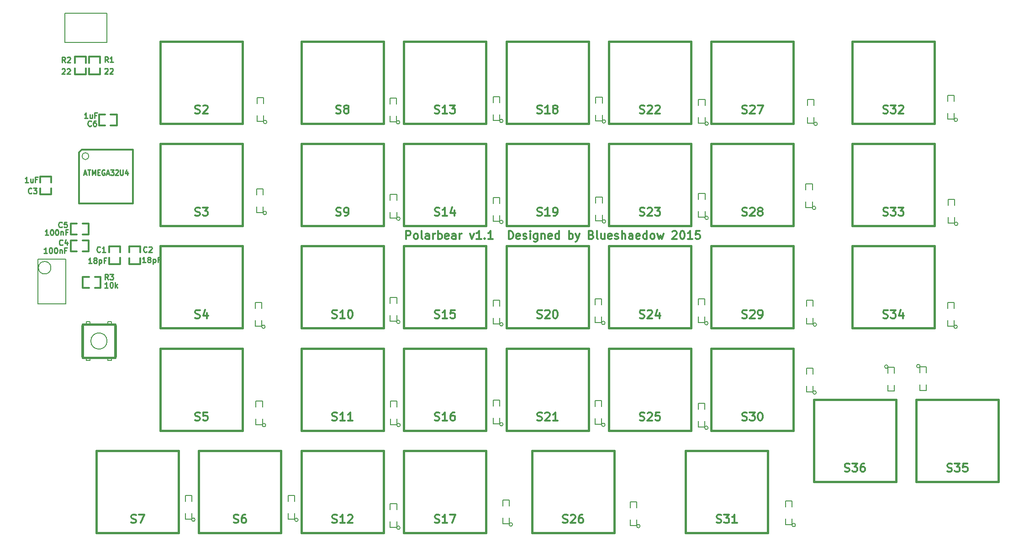
<source format=gto>
G04 #@! TF.FileFunction,Legend,Top*
%FSLAX46Y46*%
G04 Gerber Fmt 4.6, Leading zero omitted, Abs format (unit mm)*
G04 Created by KiCad (PCBNEW 4.0.0-rc1-stable) date 12/27/2015 3:28:10 PM*
%MOMM*%
G01*
G04 APERTURE LIST*
%ADD10C,0.150000*%
%ADD11C,0.300000*%
%ADD12C,0.304800*%
%ADD13C,0.203200*%
%ADD14C,0.200660*%
%ADD15C,0.381000*%
%ADD16C,0.250000*%
%ADD17C,0.225000*%
G04 APERTURE END LIST*
D10*
D11*
X124335716Y-72088571D02*
X124335716Y-70588571D01*
X124907144Y-70588571D01*
X125050002Y-70660000D01*
X125121430Y-70731429D01*
X125192859Y-70874286D01*
X125192859Y-71088571D01*
X125121430Y-71231429D01*
X125050002Y-71302857D01*
X124907144Y-71374286D01*
X124335716Y-71374286D01*
X126050002Y-72088571D02*
X125907144Y-72017143D01*
X125835716Y-71945714D01*
X125764287Y-71802857D01*
X125764287Y-71374286D01*
X125835716Y-71231429D01*
X125907144Y-71160000D01*
X126050002Y-71088571D01*
X126264287Y-71088571D01*
X126407144Y-71160000D01*
X126478573Y-71231429D01*
X126550002Y-71374286D01*
X126550002Y-71802857D01*
X126478573Y-71945714D01*
X126407144Y-72017143D01*
X126264287Y-72088571D01*
X126050002Y-72088571D01*
X127407145Y-72088571D02*
X127264287Y-72017143D01*
X127192859Y-71874286D01*
X127192859Y-70588571D01*
X128621430Y-72088571D02*
X128621430Y-71302857D01*
X128550001Y-71160000D01*
X128407144Y-71088571D01*
X128121430Y-71088571D01*
X127978573Y-71160000D01*
X128621430Y-72017143D02*
X128478573Y-72088571D01*
X128121430Y-72088571D01*
X127978573Y-72017143D01*
X127907144Y-71874286D01*
X127907144Y-71731429D01*
X127978573Y-71588571D01*
X128121430Y-71517143D01*
X128478573Y-71517143D01*
X128621430Y-71445714D01*
X129335716Y-72088571D02*
X129335716Y-71088571D01*
X129335716Y-71374286D02*
X129407144Y-71231429D01*
X129478573Y-71160000D01*
X129621430Y-71088571D01*
X129764287Y-71088571D01*
X130264287Y-72088571D02*
X130264287Y-70588571D01*
X130264287Y-71160000D02*
X130407144Y-71088571D01*
X130692858Y-71088571D01*
X130835715Y-71160000D01*
X130907144Y-71231429D01*
X130978573Y-71374286D01*
X130978573Y-71802857D01*
X130907144Y-71945714D01*
X130835715Y-72017143D01*
X130692858Y-72088571D01*
X130407144Y-72088571D01*
X130264287Y-72017143D01*
X132192858Y-72017143D02*
X132050001Y-72088571D01*
X131764287Y-72088571D01*
X131621430Y-72017143D01*
X131550001Y-71874286D01*
X131550001Y-71302857D01*
X131621430Y-71160000D01*
X131764287Y-71088571D01*
X132050001Y-71088571D01*
X132192858Y-71160000D01*
X132264287Y-71302857D01*
X132264287Y-71445714D01*
X131550001Y-71588571D01*
X133550001Y-72088571D02*
X133550001Y-71302857D01*
X133478572Y-71160000D01*
X133335715Y-71088571D01*
X133050001Y-71088571D01*
X132907144Y-71160000D01*
X133550001Y-72017143D02*
X133407144Y-72088571D01*
X133050001Y-72088571D01*
X132907144Y-72017143D01*
X132835715Y-71874286D01*
X132835715Y-71731429D01*
X132907144Y-71588571D01*
X133050001Y-71517143D01*
X133407144Y-71517143D01*
X133550001Y-71445714D01*
X134264287Y-72088571D02*
X134264287Y-71088571D01*
X134264287Y-71374286D02*
X134335715Y-71231429D01*
X134407144Y-71160000D01*
X134550001Y-71088571D01*
X134692858Y-71088571D01*
X136192858Y-71088571D02*
X136550001Y-72088571D01*
X136907143Y-71088571D01*
X138264286Y-72088571D02*
X137407143Y-72088571D01*
X137835715Y-72088571D02*
X137835715Y-70588571D01*
X137692858Y-70802857D01*
X137550000Y-70945714D01*
X137407143Y-71017143D01*
X138907143Y-71945714D02*
X138978571Y-72017143D01*
X138907143Y-72088571D01*
X138835714Y-72017143D01*
X138907143Y-71945714D01*
X138907143Y-72088571D01*
X140407143Y-72088571D02*
X139550000Y-72088571D01*
X139978572Y-72088571D02*
X139978572Y-70588571D01*
X139835715Y-70802857D01*
X139692857Y-70945714D01*
X139550000Y-71017143D01*
X143335714Y-72088571D02*
X143335714Y-70588571D01*
X143692857Y-70588571D01*
X143907142Y-70660000D01*
X144050000Y-70802857D01*
X144121428Y-70945714D01*
X144192857Y-71231429D01*
X144192857Y-71445714D01*
X144121428Y-71731429D01*
X144050000Y-71874286D01*
X143907142Y-72017143D01*
X143692857Y-72088571D01*
X143335714Y-72088571D01*
X145407142Y-72017143D02*
X145264285Y-72088571D01*
X144978571Y-72088571D01*
X144835714Y-72017143D01*
X144764285Y-71874286D01*
X144764285Y-71302857D01*
X144835714Y-71160000D01*
X144978571Y-71088571D01*
X145264285Y-71088571D01*
X145407142Y-71160000D01*
X145478571Y-71302857D01*
X145478571Y-71445714D01*
X144764285Y-71588571D01*
X146049999Y-72017143D02*
X146192856Y-72088571D01*
X146478571Y-72088571D01*
X146621428Y-72017143D01*
X146692856Y-71874286D01*
X146692856Y-71802857D01*
X146621428Y-71660000D01*
X146478571Y-71588571D01*
X146264285Y-71588571D01*
X146121428Y-71517143D01*
X146049999Y-71374286D01*
X146049999Y-71302857D01*
X146121428Y-71160000D01*
X146264285Y-71088571D01*
X146478571Y-71088571D01*
X146621428Y-71160000D01*
X147335714Y-72088571D02*
X147335714Y-71088571D01*
X147335714Y-70588571D02*
X147264285Y-70660000D01*
X147335714Y-70731429D01*
X147407142Y-70660000D01*
X147335714Y-70588571D01*
X147335714Y-70731429D01*
X148692857Y-71088571D02*
X148692857Y-72302857D01*
X148621428Y-72445714D01*
X148550000Y-72517143D01*
X148407143Y-72588571D01*
X148192857Y-72588571D01*
X148050000Y-72517143D01*
X148692857Y-72017143D02*
X148550000Y-72088571D01*
X148264286Y-72088571D01*
X148121428Y-72017143D01*
X148050000Y-71945714D01*
X147978571Y-71802857D01*
X147978571Y-71374286D01*
X148050000Y-71231429D01*
X148121428Y-71160000D01*
X148264286Y-71088571D01*
X148550000Y-71088571D01*
X148692857Y-71160000D01*
X149407143Y-71088571D02*
X149407143Y-72088571D01*
X149407143Y-71231429D02*
X149478571Y-71160000D01*
X149621429Y-71088571D01*
X149835714Y-71088571D01*
X149978571Y-71160000D01*
X150050000Y-71302857D01*
X150050000Y-72088571D01*
X151335714Y-72017143D02*
X151192857Y-72088571D01*
X150907143Y-72088571D01*
X150764286Y-72017143D01*
X150692857Y-71874286D01*
X150692857Y-71302857D01*
X150764286Y-71160000D01*
X150907143Y-71088571D01*
X151192857Y-71088571D01*
X151335714Y-71160000D01*
X151407143Y-71302857D01*
X151407143Y-71445714D01*
X150692857Y-71588571D01*
X152692857Y-72088571D02*
X152692857Y-70588571D01*
X152692857Y-72017143D02*
X152550000Y-72088571D01*
X152264286Y-72088571D01*
X152121428Y-72017143D01*
X152050000Y-71945714D01*
X151978571Y-71802857D01*
X151978571Y-71374286D01*
X152050000Y-71231429D01*
X152121428Y-71160000D01*
X152264286Y-71088571D01*
X152550000Y-71088571D01*
X152692857Y-71160000D01*
X154550000Y-72088571D02*
X154550000Y-70588571D01*
X154550000Y-71160000D02*
X154692857Y-71088571D01*
X154978571Y-71088571D01*
X155121428Y-71160000D01*
X155192857Y-71231429D01*
X155264286Y-71374286D01*
X155264286Y-71802857D01*
X155192857Y-71945714D01*
X155121428Y-72017143D01*
X154978571Y-72088571D01*
X154692857Y-72088571D01*
X154550000Y-72017143D01*
X155764286Y-71088571D02*
X156121429Y-72088571D01*
X156478571Y-71088571D02*
X156121429Y-72088571D01*
X155978571Y-72445714D01*
X155907143Y-72517143D01*
X155764286Y-72588571D01*
X158692857Y-71302857D02*
X158907143Y-71374286D01*
X158978571Y-71445714D01*
X159050000Y-71588571D01*
X159050000Y-71802857D01*
X158978571Y-71945714D01*
X158907143Y-72017143D01*
X158764285Y-72088571D01*
X158192857Y-72088571D01*
X158192857Y-70588571D01*
X158692857Y-70588571D01*
X158835714Y-70660000D01*
X158907143Y-70731429D01*
X158978571Y-70874286D01*
X158978571Y-71017143D01*
X158907143Y-71160000D01*
X158835714Y-71231429D01*
X158692857Y-71302857D01*
X158192857Y-71302857D01*
X159907143Y-72088571D02*
X159764285Y-72017143D01*
X159692857Y-71874286D01*
X159692857Y-70588571D01*
X161121428Y-71088571D02*
X161121428Y-72088571D01*
X160478571Y-71088571D02*
X160478571Y-71874286D01*
X160549999Y-72017143D01*
X160692857Y-72088571D01*
X160907142Y-72088571D01*
X161049999Y-72017143D01*
X161121428Y-71945714D01*
X162407142Y-72017143D02*
X162264285Y-72088571D01*
X161978571Y-72088571D01*
X161835714Y-72017143D01*
X161764285Y-71874286D01*
X161764285Y-71302857D01*
X161835714Y-71160000D01*
X161978571Y-71088571D01*
X162264285Y-71088571D01*
X162407142Y-71160000D01*
X162478571Y-71302857D01*
X162478571Y-71445714D01*
X161764285Y-71588571D01*
X163049999Y-72017143D02*
X163192856Y-72088571D01*
X163478571Y-72088571D01*
X163621428Y-72017143D01*
X163692856Y-71874286D01*
X163692856Y-71802857D01*
X163621428Y-71660000D01*
X163478571Y-71588571D01*
X163264285Y-71588571D01*
X163121428Y-71517143D01*
X163049999Y-71374286D01*
X163049999Y-71302857D01*
X163121428Y-71160000D01*
X163264285Y-71088571D01*
X163478571Y-71088571D01*
X163621428Y-71160000D01*
X164335714Y-72088571D02*
X164335714Y-70588571D01*
X164978571Y-72088571D02*
X164978571Y-71302857D01*
X164907142Y-71160000D01*
X164764285Y-71088571D01*
X164550000Y-71088571D01*
X164407142Y-71160000D01*
X164335714Y-71231429D01*
X166335714Y-72088571D02*
X166335714Y-71302857D01*
X166264285Y-71160000D01*
X166121428Y-71088571D01*
X165835714Y-71088571D01*
X165692857Y-71160000D01*
X166335714Y-72017143D02*
X166192857Y-72088571D01*
X165835714Y-72088571D01*
X165692857Y-72017143D01*
X165621428Y-71874286D01*
X165621428Y-71731429D01*
X165692857Y-71588571D01*
X165835714Y-71517143D01*
X166192857Y-71517143D01*
X166335714Y-71445714D01*
X167621428Y-72017143D02*
X167478571Y-72088571D01*
X167192857Y-72088571D01*
X167050000Y-72017143D01*
X166978571Y-71874286D01*
X166978571Y-71302857D01*
X167050000Y-71160000D01*
X167192857Y-71088571D01*
X167478571Y-71088571D01*
X167621428Y-71160000D01*
X167692857Y-71302857D01*
X167692857Y-71445714D01*
X166978571Y-71588571D01*
X168978571Y-72088571D02*
X168978571Y-70588571D01*
X168978571Y-72017143D02*
X168835714Y-72088571D01*
X168550000Y-72088571D01*
X168407142Y-72017143D01*
X168335714Y-71945714D01*
X168264285Y-71802857D01*
X168264285Y-71374286D01*
X168335714Y-71231429D01*
X168407142Y-71160000D01*
X168550000Y-71088571D01*
X168835714Y-71088571D01*
X168978571Y-71160000D01*
X169907143Y-72088571D02*
X169764285Y-72017143D01*
X169692857Y-71945714D01*
X169621428Y-71802857D01*
X169621428Y-71374286D01*
X169692857Y-71231429D01*
X169764285Y-71160000D01*
X169907143Y-71088571D01*
X170121428Y-71088571D01*
X170264285Y-71160000D01*
X170335714Y-71231429D01*
X170407143Y-71374286D01*
X170407143Y-71802857D01*
X170335714Y-71945714D01*
X170264285Y-72017143D01*
X170121428Y-72088571D01*
X169907143Y-72088571D01*
X170907143Y-71088571D02*
X171192857Y-72088571D01*
X171478571Y-71374286D01*
X171764286Y-72088571D01*
X172050000Y-71088571D01*
X173692857Y-70731429D02*
X173764286Y-70660000D01*
X173907143Y-70588571D01*
X174264286Y-70588571D01*
X174407143Y-70660000D01*
X174478572Y-70731429D01*
X174550000Y-70874286D01*
X174550000Y-71017143D01*
X174478572Y-71231429D01*
X173621429Y-72088571D01*
X174550000Y-72088571D01*
X175478571Y-70588571D02*
X175621428Y-70588571D01*
X175764285Y-70660000D01*
X175835714Y-70731429D01*
X175907143Y-70874286D01*
X175978571Y-71160000D01*
X175978571Y-71517143D01*
X175907143Y-71802857D01*
X175835714Y-71945714D01*
X175764285Y-72017143D01*
X175621428Y-72088571D01*
X175478571Y-72088571D01*
X175335714Y-72017143D01*
X175264285Y-71945714D01*
X175192857Y-71802857D01*
X175121428Y-71517143D01*
X175121428Y-71160000D01*
X175192857Y-70874286D01*
X175264285Y-70731429D01*
X175335714Y-70660000D01*
X175478571Y-70588571D01*
X177407142Y-72088571D02*
X176549999Y-72088571D01*
X176978571Y-72088571D02*
X176978571Y-70588571D01*
X176835714Y-70802857D01*
X176692856Y-70945714D01*
X176549999Y-71017143D01*
X178764285Y-70588571D02*
X178049999Y-70588571D01*
X177978570Y-71302857D01*
X178049999Y-71231429D01*
X178192856Y-71160000D01*
X178549999Y-71160000D01*
X178692856Y-71231429D01*
X178764285Y-71302857D01*
X178835713Y-71445714D01*
X178835713Y-71802857D01*
X178764285Y-71945714D01*
X178692856Y-72017143D01*
X178549999Y-72088571D01*
X178192856Y-72088571D01*
X178049999Y-72017143D01*
X177978570Y-71945714D01*
X71316000Y-75577000D02*
X71316000Y-76701000D01*
X71316000Y-76701000D02*
X69284000Y-76701000D01*
X69284000Y-76701000D02*
X69284000Y-75577000D01*
X71316000Y-74496000D02*
X71316000Y-73399000D01*
X71316000Y-73399000D02*
X69284000Y-73399000D01*
X69284000Y-73399000D02*
X69284000Y-74496000D01*
D10*
X213666228Y-95750000D02*
G75*
G03X213666228Y-95750000I-316228J0D01*
G01*
X214850000Y-99150000D02*
X214850000Y-100250000D01*
X214850000Y-100250000D02*
X213650000Y-100250000D01*
X213650000Y-100250000D02*
X213650000Y-99150000D01*
X214850000Y-96950000D02*
X214850000Y-95850000D01*
X214850000Y-95850000D02*
X213650000Y-95850000D01*
X213650000Y-95850000D02*
X213650000Y-96950000D01*
X219616228Y-95650000D02*
G75*
G03X219616228Y-95650000I-316228J0D01*
G01*
X220800000Y-99050000D02*
X220800000Y-100150000D01*
X220800000Y-100150000D02*
X219600000Y-100150000D01*
X219600000Y-100150000D02*
X219600000Y-99050000D01*
X220800000Y-96850000D02*
X220800000Y-95750000D01*
X220800000Y-95750000D02*
X219600000Y-95750000D01*
X219600000Y-95750000D02*
X219600000Y-96850000D01*
X226516228Y-88350000D02*
G75*
G03X226516228Y-88350000I-316228J0D01*
G01*
X224700000Y-84950000D02*
X224700000Y-83850000D01*
X224700000Y-83850000D02*
X225900000Y-83850000D01*
X225900000Y-83850000D02*
X225900000Y-84950000D01*
X224700000Y-87150000D02*
X224700000Y-88250000D01*
X224700000Y-88250000D02*
X225900000Y-88250000D01*
X225900000Y-88250000D02*
X225900000Y-87150000D01*
X226616228Y-69250000D02*
G75*
G03X226616228Y-69250000I-316228J0D01*
G01*
X224800000Y-65850000D02*
X224800000Y-64750000D01*
X224800000Y-64750000D02*
X226000000Y-64750000D01*
X226000000Y-64750000D02*
X226000000Y-65850000D01*
X224800000Y-68050000D02*
X224800000Y-69150000D01*
X224800000Y-69150000D02*
X226000000Y-69150000D01*
X226000000Y-69150000D02*
X226000000Y-68050000D01*
X226566228Y-49950000D02*
G75*
G03X226566228Y-49950000I-316228J0D01*
G01*
X224750000Y-46550000D02*
X224750000Y-45450000D01*
X224750000Y-45450000D02*
X225950000Y-45450000D01*
X225950000Y-45450000D02*
X225950000Y-46550000D01*
X224750000Y-48750000D02*
X224750000Y-49850000D01*
X224750000Y-49850000D02*
X225950000Y-49850000D01*
X225950000Y-49850000D02*
X225950000Y-48750000D01*
X196516228Y-125150000D02*
G75*
G03X196516228Y-125150000I-316228J0D01*
G01*
X194700000Y-121750000D02*
X194700000Y-120650000D01*
X194700000Y-120650000D02*
X195900000Y-120650000D01*
X195900000Y-120650000D02*
X195900000Y-121750000D01*
X194700000Y-123950000D02*
X194700000Y-125050000D01*
X194700000Y-125050000D02*
X195900000Y-125050000D01*
X195900000Y-125050000D02*
X195900000Y-123950000D01*
X200366228Y-100550000D02*
G75*
G03X200366228Y-100550000I-316228J0D01*
G01*
X198550000Y-97150000D02*
X198550000Y-96050000D01*
X198550000Y-96050000D02*
X199750000Y-96050000D01*
X199750000Y-96050000D02*
X199750000Y-97150000D01*
X198550000Y-99350000D02*
X198550000Y-100450000D01*
X198550000Y-100450000D02*
X199750000Y-100450000D01*
X199750000Y-100450000D02*
X199750000Y-99350000D01*
X200416228Y-87950000D02*
G75*
G03X200416228Y-87950000I-316228J0D01*
G01*
X198600000Y-84550000D02*
X198600000Y-83450000D01*
X198600000Y-83450000D02*
X199800000Y-83450000D01*
X199800000Y-83450000D02*
X199800000Y-84550000D01*
X198600000Y-86750000D02*
X198600000Y-87850000D01*
X198600000Y-87850000D02*
X199800000Y-87850000D01*
X199800000Y-87850000D02*
X199800000Y-86750000D01*
X200266228Y-66300000D02*
G75*
G03X200266228Y-66300000I-316228J0D01*
G01*
X198450000Y-62900000D02*
X198450000Y-61800000D01*
X198450000Y-61800000D02*
X199650000Y-61800000D01*
X199650000Y-61800000D02*
X199650000Y-62900000D01*
X198450000Y-65100000D02*
X198450000Y-66200000D01*
X198450000Y-66200000D02*
X199650000Y-66200000D01*
X199650000Y-66200000D02*
X199650000Y-65100000D01*
X200566228Y-50700000D02*
G75*
G03X200566228Y-50700000I-316228J0D01*
G01*
X198750000Y-47300000D02*
X198750000Y-46200000D01*
X198750000Y-46200000D02*
X199950000Y-46200000D01*
X199950000Y-46200000D02*
X199950000Y-47300000D01*
X198750000Y-49500000D02*
X198750000Y-50600000D01*
X198750000Y-50600000D02*
X199950000Y-50600000D01*
X199950000Y-50600000D02*
X199950000Y-49500000D01*
X167716228Y-125350000D02*
G75*
G03X167716228Y-125350000I-316228J0D01*
G01*
X165900000Y-121950000D02*
X165900000Y-120850000D01*
X165900000Y-120850000D02*
X167100000Y-120850000D01*
X167100000Y-120850000D02*
X167100000Y-121950000D01*
X165900000Y-124150000D02*
X165900000Y-125250000D01*
X165900000Y-125250000D02*
X167100000Y-125250000D01*
X167100000Y-125250000D02*
X167100000Y-124150000D01*
X180366228Y-68150000D02*
G75*
G03X180366228Y-68150000I-316228J0D01*
G01*
X178550000Y-64750000D02*
X178550000Y-63650000D01*
X178550000Y-63650000D02*
X179750000Y-63650000D01*
X179750000Y-63650000D02*
X179750000Y-64750000D01*
X178550000Y-66950000D02*
X178550000Y-68050000D01*
X178550000Y-68050000D02*
X179750000Y-68050000D01*
X179750000Y-68050000D02*
X179750000Y-66950000D01*
X180316228Y-107100000D02*
G75*
G03X180316228Y-107100000I-316228J0D01*
G01*
X178500000Y-103700000D02*
X178500000Y-102600000D01*
X178500000Y-102600000D02*
X179700000Y-102600000D01*
X179700000Y-102600000D02*
X179700000Y-103700000D01*
X178500000Y-105900000D02*
X178500000Y-107000000D01*
X178500000Y-107000000D02*
X179700000Y-107000000D01*
X179700000Y-107000000D02*
X179700000Y-105900000D01*
X180316228Y-87700000D02*
G75*
G03X180316228Y-87700000I-316228J0D01*
G01*
X178500000Y-84300000D02*
X178500000Y-83200000D01*
X178500000Y-83200000D02*
X179700000Y-83200000D01*
X179700000Y-83200000D02*
X179700000Y-84300000D01*
X178500000Y-86500000D02*
X178500000Y-87600000D01*
X178500000Y-87600000D02*
X179700000Y-87600000D01*
X179700000Y-87600000D02*
X179700000Y-86500000D01*
X180366228Y-50650000D02*
G75*
G03X180366228Y-50650000I-316228J0D01*
G01*
X178550000Y-47250000D02*
X178550000Y-46150000D01*
X178550000Y-46150000D02*
X179750000Y-46150000D01*
X179750000Y-46150000D02*
X179750000Y-47250000D01*
X178550000Y-49450000D02*
X178550000Y-50550000D01*
X178550000Y-50550000D02*
X179750000Y-50550000D01*
X179750000Y-50550000D02*
X179750000Y-49450000D01*
X161216228Y-106550000D02*
G75*
G03X161216228Y-106550000I-316228J0D01*
G01*
X159400000Y-103150000D02*
X159400000Y-102050000D01*
X159400000Y-102050000D02*
X160600000Y-102050000D01*
X160600000Y-102050000D02*
X160600000Y-103150000D01*
X159400000Y-105350000D02*
X159400000Y-106450000D01*
X159400000Y-106450000D02*
X160600000Y-106450000D01*
X160600000Y-106450000D02*
X160600000Y-105350000D01*
X161216228Y-87650000D02*
G75*
G03X161216228Y-87650000I-316228J0D01*
G01*
X159400000Y-84250000D02*
X159400000Y-83150000D01*
X159400000Y-83150000D02*
X160600000Y-83150000D01*
X160600000Y-83150000D02*
X160600000Y-84250000D01*
X159400000Y-86450000D02*
X159400000Y-87550000D01*
X159400000Y-87550000D02*
X160600000Y-87550000D01*
X160600000Y-87550000D02*
X160600000Y-86450000D01*
X161316228Y-68800000D02*
G75*
G03X161316228Y-68800000I-316228J0D01*
G01*
X159500000Y-65400000D02*
X159500000Y-64300000D01*
X159500000Y-64300000D02*
X160700000Y-64300000D01*
X160700000Y-64300000D02*
X160700000Y-65400000D01*
X159500000Y-67600000D02*
X159500000Y-68700000D01*
X159500000Y-68700000D02*
X160700000Y-68700000D01*
X160700000Y-68700000D02*
X160700000Y-67600000D01*
X161316228Y-50250000D02*
G75*
G03X161316228Y-50250000I-316228J0D01*
G01*
X159500000Y-46850000D02*
X159500000Y-45750000D01*
X159500000Y-45750000D02*
X160700000Y-45750000D01*
X160700000Y-45750000D02*
X160700000Y-46850000D01*
X159500000Y-49050000D02*
X159500000Y-50150000D01*
X159500000Y-50150000D02*
X160700000Y-50150000D01*
X160700000Y-50150000D02*
X160700000Y-49050000D01*
X144066228Y-125050000D02*
G75*
G03X144066228Y-125050000I-316228J0D01*
G01*
X142250000Y-121650000D02*
X142250000Y-120550000D01*
X142250000Y-120550000D02*
X143450000Y-120550000D01*
X143450000Y-120550000D02*
X143450000Y-121650000D01*
X142250000Y-123850000D02*
X142250000Y-124950000D01*
X142250000Y-124950000D02*
X143450000Y-124950000D01*
X143450000Y-124950000D02*
X143450000Y-123850000D01*
X142316228Y-106450000D02*
G75*
G03X142316228Y-106450000I-316228J0D01*
G01*
X140500000Y-103050000D02*
X140500000Y-101950000D01*
X140500000Y-101950000D02*
X141700000Y-101950000D01*
X141700000Y-101950000D02*
X141700000Y-103050000D01*
X140500000Y-105250000D02*
X140500000Y-106350000D01*
X140500000Y-106350000D02*
X141700000Y-106350000D01*
X141700000Y-106350000D02*
X141700000Y-105250000D01*
X142316228Y-87900000D02*
G75*
G03X142316228Y-87900000I-316228J0D01*
G01*
X140500000Y-84500000D02*
X140500000Y-83400000D01*
X140500000Y-83400000D02*
X141700000Y-83400000D01*
X141700000Y-83400000D02*
X141700000Y-84500000D01*
X140500000Y-86700000D02*
X140500000Y-87800000D01*
X140500000Y-87800000D02*
X141700000Y-87800000D01*
X141700000Y-87800000D02*
X141700000Y-86700000D01*
X142316228Y-68900000D02*
G75*
G03X142316228Y-68900000I-316228J0D01*
G01*
X140500000Y-65500000D02*
X140500000Y-64400000D01*
X140500000Y-64400000D02*
X141700000Y-64400000D01*
X141700000Y-64400000D02*
X141700000Y-65500000D01*
X140500000Y-67700000D02*
X140500000Y-68800000D01*
X140500000Y-68800000D02*
X141700000Y-68800000D01*
X141700000Y-68800000D02*
X141700000Y-67700000D01*
X142316228Y-50150000D02*
G75*
G03X142316228Y-50150000I-316228J0D01*
G01*
X140500000Y-46750000D02*
X140500000Y-45650000D01*
X140500000Y-45650000D02*
X141700000Y-45650000D01*
X141700000Y-45650000D02*
X141700000Y-46750000D01*
X140500000Y-48950000D02*
X140500000Y-50050000D01*
X140500000Y-50050000D02*
X141700000Y-50050000D01*
X141700000Y-50050000D02*
X141700000Y-48950000D01*
X123216228Y-125650000D02*
G75*
G03X123216228Y-125650000I-316228J0D01*
G01*
X121400000Y-122250000D02*
X121400000Y-121150000D01*
X121400000Y-121150000D02*
X122600000Y-121150000D01*
X122600000Y-121150000D02*
X122600000Y-122250000D01*
X121400000Y-124450000D02*
X121400000Y-125550000D01*
X121400000Y-125550000D02*
X122600000Y-125550000D01*
X122600000Y-125550000D02*
X122600000Y-124450000D01*
X123266228Y-106600000D02*
G75*
G03X123266228Y-106600000I-316228J0D01*
G01*
X121450000Y-103200000D02*
X121450000Y-102100000D01*
X121450000Y-102100000D02*
X122650000Y-102100000D01*
X122650000Y-102100000D02*
X122650000Y-103200000D01*
X121450000Y-105400000D02*
X121450000Y-106500000D01*
X121450000Y-106500000D02*
X122650000Y-106500000D01*
X122650000Y-106500000D02*
X122650000Y-105400000D01*
X123216228Y-87450000D02*
G75*
G03X123216228Y-87450000I-316228J0D01*
G01*
X121400000Y-84050000D02*
X121400000Y-82950000D01*
X121400000Y-82950000D02*
X122600000Y-82950000D01*
X122600000Y-82950000D02*
X122600000Y-84050000D01*
X121400000Y-86250000D02*
X121400000Y-87350000D01*
X121400000Y-87350000D02*
X122600000Y-87350000D01*
X122600000Y-87350000D02*
X122600000Y-86250000D01*
X123216228Y-68300000D02*
G75*
G03X123216228Y-68300000I-316228J0D01*
G01*
X121400000Y-64900000D02*
X121400000Y-63800000D01*
X121400000Y-63800000D02*
X122600000Y-63800000D01*
X122600000Y-63800000D02*
X122600000Y-64900000D01*
X121400000Y-67100000D02*
X121400000Y-68200000D01*
X121400000Y-68200000D02*
X122600000Y-68200000D01*
X122600000Y-68200000D02*
X122600000Y-67100000D01*
X123166228Y-50400000D02*
G75*
G03X123166228Y-50400000I-316228J0D01*
G01*
X121350000Y-47000000D02*
X121350000Y-45900000D01*
X121350000Y-45900000D02*
X122550000Y-45900000D01*
X122550000Y-45900000D02*
X122550000Y-47000000D01*
X121350000Y-49200000D02*
X121350000Y-50300000D01*
X121350000Y-50300000D02*
X122550000Y-50300000D01*
X122550000Y-50300000D02*
X122550000Y-49200000D01*
X85216228Y-124150000D02*
G75*
G03X85216228Y-124150000I-316228J0D01*
G01*
X83400000Y-120750000D02*
X83400000Y-119650000D01*
X83400000Y-119650000D02*
X84600000Y-119650000D01*
X84600000Y-119650000D02*
X84600000Y-120750000D01*
X83400000Y-122950000D02*
X83400000Y-124050000D01*
X83400000Y-124050000D02*
X84600000Y-124050000D01*
X84600000Y-124050000D02*
X84600000Y-122950000D01*
X104316228Y-124200000D02*
G75*
G03X104316228Y-124200000I-316228J0D01*
G01*
X102500000Y-120800000D02*
X102500000Y-119700000D01*
X102500000Y-119700000D02*
X103700000Y-119700000D01*
X103700000Y-119700000D02*
X103700000Y-120800000D01*
X102500000Y-123000000D02*
X102500000Y-124100000D01*
X102500000Y-124100000D02*
X103700000Y-124100000D01*
X103700000Y-124100000D02*
X103700000Y-123000000D01*
X98316228Y-106600000D02*
G75*
G03X98316228Y-106600000I-316228J0D01*
G01*
X96500000Y-103200000D02*
X96500000Y-102100000D01*
X96500000Y-102100000D02*
X97700000Y-102100000D01*
X97700000Y-102100000D02*
X97700000Y-103200000D01*
X96500000Y-105400000D02*
X96500000Y-106500000D01*
X96500000Y-106500000D02*
X97700000Y-106500000D01*
X97700000Y-106500000D02*
X97700000Y-105400000D01*
X98216228Y-88350000D02*
G75*
G03X98216228Y-88350000I-316228J0D01*
G01*
X96400000Y-84950000D02*
X96400000Y-83850000D01*
X96400000Y-83850000D02*
X97600000Y-83850000D01*
X97600000Y-83850000D02*
X97600000Y-84950000D01*
X96400000Y-87150000D02*
X96400000Y-88250000D01*
X96400000Y-88250000D02*
X97600000Y-88250000D01*
X97600000Y-88250000D02*
X97600000Y-87150000D01*
X98466228Y-67250000D02*
G75*
G03X98466228Y-67250000I-316228J0D01*
G01*
X96650000Y-63850000D02*
X96650000Y-62750000D01*
X96650000Y-62750000D02*
X97850000Y-62750000D01*
X97850000Y-62750000D02*
X97850000Y-63850000D01*
X96650000Y-66050000D02*
X96650000Y-67150000D01*
X96650000Y-67150000D02*
X97850000Y-67150000D01*
X97850000Y-67150000D02*
X97850000Y-66050000D01*
X98516228Y-50350000D02*
G75*
G03X98516228Y-50350000I-316228J0D01*
G01*
X96700000Y-46950000D02*
X96700000Y-45850000D01*
X96700000Y-45850000D02*
X97900000Y-45850000D01*
X97900000Y-45850000D02*
X97900000Y-46950000D01*
X96700000Y-49150000D02*
X96700000Y-50250000D01*
X96700000Y-50250000D02*
X97900000Y-50250000D01*
X97900000Y-50250000D02*
X97900000Y-49150000D01*
D12*
X73703800Y-55496200D02*
X73703800Y-65503800D01*
X73703800Y-65503800D02*
X63696200Y-65503800D01*
X63696200Y-55978800D02*
X63696200Y-65503800D01*
X64178800Y-55496200D02*
X73703800Y-55496200D01*
X63696200Y-55978800D02*
X64178800Y-55496200D01*
D13*
X65525000Y-56690000D02*
G75*
G03X65525000Y-56690000I-635000J0D01*
G01*
D14*
X68901140Y-91000000D02*
G75*
G03X68901140Y-91000000I-1501140J0D01*
G01*
X69749500Y-87901200D02*
X69749500Y-87400820D01*
X69749500Y-87400820D02*
X69051000Y-87400820D01*
X69051000Y-87400820D02*
X69051000Y-87901200D01*
X65050500Y-87400820D02*
X65050500Y-87901200D01*
X65749000Y-87400820D02*
X65050500Y-87400820D01*
X65749000Y-87901200D02*
X65749000Y-87400820D01*
X65749000Y-94098800D02*
X65749000Y-94599180D01*
X65749000Y-94599180D02*
X65050500Y-94599180D01*
X65050500Y-94599180D02*
X65050500Y-94098800D01*
X69749500Y-94098800D02*
X69749500Y-94599180D01*
X69749500Y-94599180D02*
X69051000Y-94599180D01*
X69051000Y-94599180D02*
X69051000Y-94098800D01*
D15*
X64301200Y-88200920D02*
X64301200Y-93799080D01*
X70498800Y-88200920D02*
X70498800Y-93799080D01*
X70399740Y-87901200D02*
X70399740Y-94098800D01*
X70399740Y-94098800D02*
X64400260Y-94098800D01*
X64400260Y-94098800D02*
X64400260Y-87901200D01*
X64400260Y-87901200D02*
X70399740Y-87901200D01*
D11*
X75016000Y-75602000D02*
X75016000Y-76726000D01*
X75016000Y-76726000D02*
X72984000Y-76726000D01*
X72984000Y-76726000D02*
X72984000Y-75602000D01*
X75016000Y-74521000D02*
X75016000Y-73424000D01*
X75016000Y-73424000D02*
X72984000Y-73424000D01*
X72984000Y-73424000D02*
X72984000Y-74521000D01*
X63323000Y-71266000D02*
X62199000Y-71266000D01*
X62199000Y-71266000D02*
X62199000Y-69234000D01*
X62199000Y-69234000D02*
X63323000Y-69234000D01*
X64404000Y-71266000D02*
X65501000Y-71266000D01*
X65501000Y-71266000D02*
X65501000Y-69234000D01*
X65501000Y-69234000D02*
X64404000Y-69234000D01*
X63323000Y-74391000D02*
X62199000Y-74391000D01*
X62199000Y-74391000D02*
X62199000Y-72359000D01*
X62199000Y-72359000D02*
X63323000Y-72359000D01*
X64404000Y-74391000D02*
X65501000Y-74391000D01*
X65501000Y-74391000D02*
X65501000Y-72359000D01*
X65501000Y-72359000D02*
X64404000Y-72359000D01*
X56534000Y-61623000D02*
X56534000Y-60499000D01*
X56534000Y-60499000D02*
X58566000Y-60499000D01*
X58566000Y-60499000D02*
X58566000Y-61623000D01*
X56534000Y-62704000D02*
X56534000Y-63801000D01*
X56534000Y-63801000D02*
X58566000Y-63801000D01*
X58566000Y-63801000D02*
X58566000Y-62704000D01*
X69577000Y-48934000D02*
X70701000Y-48934000D01*
X70701000Y-48934000D02*
X70701000Y-50966000D01*
X70701000Y-50966000D02*
X69577000Y-50966000D01*
X68496000Y-48934000D02*
X67399000Y-48934000D01*
X67399000Y-48934000D02*
X67399000Y-50966000D01*
X67399000Y-50966000D02*
X68496000Y-50966000D01*
X62984000Y-39373000D02*
X62984000Y-38249000D01*
X62984000Y-38249000D02*
X65016000Y-38249000D01*
X65016000Y-38249000D02*
X65016000Y-39373000D01*
X62984000Y-40454000D02*
X62984000Y-41551000D01*
X62984000Y-41551000D02*
X65016000Y-41551000D01*
X65016000Y-41551000D02*
X65016000Y-40454000D01*
X65584000Y-39373000D02*
X65584000Y-38249000D01*
X65584000Y-38249000D02*
X67616000Y-38249000D01*
X67616000Y-38249000D02*
X67616000Y-39373000D01*
X65584000Y-40454000D02*
X65584000Y-41551000D01*
X65584000Y-41551000D02*
X67616000Y-41551000D01*
X67616000Y-41551000D02*
X67616000Y-40454000D01*
D10*
X58500000Y-77400000D02*
G75*
G03X58500000Y-77400000I-1160000J0D01*
G01*
X61280000Y-84100000D02*
X56180000Y-84100000D01*
X61280000Y-75800000D02*
X56080000Y-75800000D01*
X56080000Y-75800000D02*
X56080000Y-84100000D01*
X61280000Y-84100000D02*
X61280000Y-75800000D01*
D15*
X78793600Y-35380000D02*
X94033600Y-35380000D01*
X94033600Y-35380000D02*
X94033600Y-50620000D01*
X94033600Y-50620000D02*
X78793600Y-50620000D01*
X78793600Y-50620000D02*
X78793600Y-35380000D01*
X78793600Y-54380000D02*
X94033600Y-54380000D01*
X94033600Y-54380000D02*
X94033600Y-69620000D01*
X94033600Y-69620000D02*
X78793600Y-69620000D01*
X78793600Y-69620000D02*
X78793600Y-54380000D01*
X78793600Y-73380000D02*
X94033600Y-73380000D01*
X94033600Y-73380000D02*
X94033600Y-88620000D01*
X94033600Y-88620000D02*
X78793600Y-88620000D01*
X78793600Y-88620000D02*
X78793600Y-73380000D01*
X78793600Y-92380000D02*
X94033600Y-92380000D01*
X94033600Y-92380000D02*
X94033600Y-107620000D01*
X94033600Y-107620000D02*
X78793600Y-107620000D01*
X78793600Y-107620000D02*
X78793600Y-92380000D01*
X85918600Y-111380000D02*
X101158600Y-111380000D01*
X101158600Y-111380000D02*
X101158600Y-126620000D01*
X101158600Y-126620000D02*
X85918600Y-126620000D01*
X85918600Y-126620000D02*
X85918600Y-111380000D01*
X66918600Y-111380000D02*
X82158600Y-111380000D01*
X82158600Y-111380000D02*
X82158600Y-126620000D01*
X82158600Y-126620000D02*
X66918600Y-126620000D01*
X66918600Y-126620000D02*
X66918600Y-111380000D01*
X104918600Y-35380000D02*
X120158600Y-35380000D01*
X120158600Y-35380000D02*
X120158600Y-50620000D01*
X120158600Y-50620000D02*
X104918600Y-50620000D01*
X104918600Y-50620000D02*
X104918600Y-35380000D01*
X104918600Y-54380000D02*
X120158600Y-54380000D01*
X120158600Y-54380000D02*
X120158600Y-69620000D01*
X120158600Y-69620000D02*
X104918600Y-69620000D01*
X104918600Y-69620000D02*
X104918600Y-54380000D01*
X104918600Y-73380000D02*
X120158600Y-73380000D01*
X120158600Y-73380000D02*
X120158600Y-88620000D01*
X120158600Y-88620000D02*
X104918600Y-88620000D01*
X104918600Y-88620000D02*
X104918600Y-73380000D01*
X104918600Y-92380000D02*
X120158600Y-92380000D01*
X120158600Y-92380000D02*
X120158600Y-107620000D01*
X120158600Y-107620000D02*
X104918600Y-107620000D01*
X104918600Y-107620000D02*
X104918600Y-92380000D01*
X104918600Y-111380000D02*
X120158600Y-111380000D01*
X120158600Y-111380000D02*
X120158600Y-126620000D01*
X120158600Y-126620000D02*
X104918600Y-126620000D01*
X104918600Y-126620000D02*
X104918600Y-111380000D01*
X123918600Y-35380000D02*
X139158600Y-35380000D01*
X139158600Y-35380000D02*
X139158600Y-50620000D01*
X139158600Y-50620000D02*
X123918600Y-50620000D01*
X123918600Y-50620000D02*
X123918600Y-35380000D01*
X123918600Y-54380000D02*
X139158600Y-54380000D01*
X139158600Y-54380000D02*
X139158600Y-69620000D01*
X139158600Y-69620000D02*
X123918600Y-69620000D01*
X123918600Y-69620000D02*
X123918600Y-54380000D01*
X123918600Y-73380000D02*
X139158600Y-73380000D01*
X139158600Y-73380000D02*
X139158600Y-88620000D01*
X139158600Y-88620000D02*
X123918600Y-88620000D01*
X123918600Y-88620000D02*
X123918600Y-73380000D01*
X123918600Y-92380000D02*
X139158600Y-92380000D01*
X139158600Y-92380000D02*
X139158600Y-107620000D01*
X139158600Y-107620000D02*
X123918600Y-107620000D01*
X123918600Y-107620000D02*
X123918600Y-92380000D01*
X123918600Y-111380000D02*
X139158600Y-111380000D01*
X139158600Y-111380000D02*
X139158600Y-126620000D01*
X139158600Y-126620000D02*
X123918600Y-126620000D01*
X123918600Y-126620000D02*
X123918600Y-111380000D01*
X142918600Y-35380000D02*
X158158600Y-35380000D01*
X158158600Y-35380000D02*
X158158600Y-50620000D01*
X158158600Y-50620000D02*
X142918600Y-50620000D01*
X142918600Y-50620000D02*
X142918600Y-35380000D01*
X142918600Y-54380000D02*
X158158600Y-54380000D01*
X158158600Y-54380000D02*
X158158600Y-69620000D01*
X158158600Y-69620000D02*
X142918600Y-69620000D01*
X142918600Y-69620000D02*
X142918600Y-54380000D01*
X142918600Y-73380000D02*
X158158600Y-73380000D01*
X158158600Y-73380000D02*
X158158600Y-88620000D01*
X158158600Y-88620000D02*
X142918600Y-88620000D01*
X142918600Y-88620000D02*
X142918600Y-73380000D01*
X142918600Y-92380000D02*
X158158600Y-92380000D01*
X158158600Y-92380000D02*
X158158600Y-107620000D01*
X158158600Y-107620000D02*
X142918600Y-107620000D01*
X142918600Y-107620000D02*
X142918600Y-92380000D01*
X161918600Y-35380000D02*
X177158600Y-35380000D01*
X177158600Y-35380000D02*
X177158600Y-50620000D01*
X177158600Y-50620000D02*
X161918600Y-50620000D01*
X161918600Y-50620000D02*
X161918600Y-35380000D01*
X161918600Y-54380000D02*
X177158600Y-54380000D01*
X177158600Y-54380000D02*
X177158600Y-69620000D01*
X177158600Y-69620000D02*
X161918600Y-69620000D01*
X161918600Y-69620000D02*
X161918600Y-54380000D01*
X161918600Y-73380000D02*
X177158600Y-73380000D01*
X177158600Y-73380000D02*
X177158600Y-88620000D01*
X177158600Y-88620000D02*
X161918600Y-88620000D01*
X161918600Y-88620000D02*
X161918600Y-73380000D01*
X161918600Y-92380000D02*
X177158600Y-92380000D01*
X177158600Y-92380000D02*
X177158600Y-107620000D01*
X177158600Y-107620000D02*
X161918600Y-107620000D01*
X161918600Y-107620000D02*
X161918600Y-92380000D01*
X147668600Y-111380000D02*
X162908600Y-111380000D01*
X162908600Y-111380000D02*
X162908600Y-126620000D01*
X162908600Y-126620000D02*
X147668600Y-126620000D01*
X147668600Y-126620000D02*
X147668600Y-111380000D01*
X180918600Y-35380000D02*
X196158600Y-35380000D01*
X196158600Y-35380000D02*
X196158600Y-50620000D01*
X196158600Y-50620000D02*
X180918600Y-50620000D01*
X180918600Y-50620000D02*
X180918600Y-35380000D01*
X180918600Y-54380000D02*
X196158600Y-54380000D01*
X196158600Y-54380000D02*
X196158600Y-69620000D01*
X196158600Y-69620000D02*
X180918600Y-69620000D01*
X180918600Y-69620000D02*
X180918600Y-54380000D01*
X180918600Y-73380000D02*
X196158600Y-73380000D01*
X196158600Y-73380000D02*
X196158600Y-88620000D01*
X196158600Y-88620000D02*
X180918600Y-88620000D01*
X180918600Y-88620000D02*
X180918600Y-73380000D01*
X180918600Y-92380000D02*
X196158600Y-92380000D01*
X196158600Y-92380000D02*
X196158600Y-107620000D01*
X196158600Y-107620000D02*
X180918600Y-107620000D01*
X180918600Y-107620000D02*
X180918600Y-92380000D01*
X176166000Y-111380000D02*
X191406000Y-111380000D01*
X191406000Y-111380000D02*
X191406000Y-126620000D01*
X191406000Y-126620000D02*
X176166000Y-126620000D01*
X176166000Y-126620000D02*
X176166000Y-111380000D01*
X207043600Y-35380000D02*
X222283600Y-35380000D01*
X222283600Y-35380000D02*
X222283600Y-50620000D01*
X222283600Y-50620000D02*
X207043600Y-50620000D01*
X207043600Y-50620000D02*
X207043600Y-35380000D01*
X207043600Y-54380000D02*
X222283600Y-54380000D01*
X222283600Y-54380000D02*
X222283600Y-69620000D01*
X222283600Y-69620000D02*
X207043600Y-69620000D01*
X207043600Y-69620000D02*
X207043600Y-54380000D01*
X207043600Y-73380000D02*
X222283600Y-73380000D01*
X222283600Y-73380000D02*
X222283600Y-88620000D01*
X222283600Y-88620000D02*
X207043600Y-88620000D01*
X207043600Y-88620000D02*
X207043600Y-73380000D01*
X218918600Y-101880000D02*
X234158600Y-101880000D01*
X234158600Y-101880000D02*
X234158600Y-117120000D01*
X234158600Y-117120000D02*
X218918600Y-117120000D01*
X218918600Y-117120000D02*
X218918600Y-101880000D01*
X199918600Y-101880000D02*
X215158600Y-101880000D01*
X215158600Y-101880000D02*
X215158600Y-117120000D01*
X215158600Y-117120000D02*
X199918600Y-117120000D01*
X199918600Y-117120000D02*
X199918600Y-101880000D01*
D11*
X65548000Y-81141000D02*
X64424000Y-81141000D01*
X64424000Y-81141000D02*
X64424000Y-79109000D01*
X64424000Y-79109000D02*
X65548000Y-79109000D01*
X66629000Y-81141000D02*
X67726000Y-81141000D01*
X67726000Y-81141000D02*
X67726000Y-79109000D01*
X67726000Y-79109000D02*
X66629000Y-79109000D01*
D10*
X61100000Y-35550000D02*
X68900000Y-35550000D01*
X61100000Y-30150000D02*
X61100000Y-35550000D01*
X68900000Y-30150000D02*
X68900000Y-35550000D01*
X65000000Y-30150000D02*
X61100000Y-30150000D01*
X65000000Y-30150000D02*
X68900000Y-30150000D01*
D16*
X67623334Y-74407143D02*
X67575715Y-74454762D01*
X67432858Y-74502381D01*
X67337620Y-74502381D01*
X67194762Y-74454762D01*
X67099524Y-74359524D01*
X67051905Y-74264286D01*
X67004286Y-74073810D01*
X67004286Y-73930952D01*
X67051905Y-73740476D01*
X67099524Y-73645238D01*
X67194762Y-73550000D01*
X67337620Y-73502381D01*
X67432858Y-73502381D01*
X67575715Y-73550000D01*
X67623334Y-73597619D01*
X68575715Y-74502381D02*
X68004286Y-74502381D01*
X68290000Y-74502381D02*
X68290000Y-73502381D01*
X68194762Y-73645238D01*
X68099524Y-73740476D01*
X68004286Y-73788095D01*
X66038572Y-76562381D02*
X65467143Y-76562381D01*
X65752857Y-76562381D02*
X65752857Y-75562381D01*
X65657619Y-75705238D01*
X65562381Y-75800476D01*
X65467143Y-75848095D01*
X66610000Y-75990952D02*
X66514762Y-75943333D01*
X66467143Y-75895714D01*
X66419524Y-75800476D01*
X66419524Y-75752857D01*
X66467143Y-75657619D01*
X66514762Y-75610000D01*
X66610000Y-75562381D01*
X66800477Y-75562381D01*
X66895715Y-75610000D01*
X66943334Y-75657619D01*
X66990953Y-75752857D01*
X66990953Y-75800476D01*
X66943334Y-75895714D01*
X66895715Y-75943333D01*
X66800477Y-75990952D01*
X66610000Y-75990952D01*
X66514762Y-76038571D01*
X66467143Y-76086190D01*
X66419524Y-76181429D01*
X66419524Y-76371905D01*
X66467143Y-76467143D01*
X66514762Y-76514762D01*
X66610000Y-76562381D01*
X66800477Y-76562381D01*
X66895715Y-76514762D01*
X66943334Y-76467143D01*
X66990953Y-76371905D01*
X66990953Y-76181429D01*
X66943334Y-76086190D01*
X66895715Y-76038571D01*
X66800477Y-75990952D01*
X67419524Y-75895714D02*
X67419524Y-76895714D01*
X67419524Y-75943333D02*
X67514762Y-75895714D01*
X67705239Y-75895714D01*
X67800477Y-75943333D01*
X67848096Y-75990952D01*
X67895715Y-76086190D01*
X67895715Y-76371905D01*
X67848096Y-76467143D01*
X67800477Y-76514762D01*
X67705239Y-76562381D01*
X67514762Y-76562381D01*
X67419524Y-76514762D01*
X68657620Y-76038571D02*
X68324286Y-76038571D01*
X68324286Y-76562381D02*
X68324286Y-75562381D01*
X68800477Y-75562381D01*
D17*
X64628572Y-59941667D02*
X65057143Y-59941667D01*
X64542857Y-60227381D02*
X64842857Y-59227381D01*
X65142857Y-60227381D01*
X65314286Y-59227381D02*
X65828572Y-59227381D01*
X65571429Y-60227381D02*
X65571429Y-59227381D01*
X66128572Y-60227381D02*
X66128572Y-59227381D01*
X66428572Y-59941667D01*
X66728572Y-59227381D01*
X66728572Y-60227381D01*
X67157143Y-59703571D02*
X67457143Y-59703571D01*
X67585714Y-60227381D02*
X67157143Y-60227381D01*
X67157143Y-59227381D01*
X67585714Y-59227381D01*
X68442857Y-59275000D02*
X68357143Y-59227381D01*
X68228572Y-59227381D01*
X68100000Y-59275000D01*
X68014286Y-59370238D01*
X67971429Y-59465476D01*
X67928572Y-59655952D01*
X67928572Y-59798810D01*
X67971429Y-59989286D01*
X68014286Y-60084524D01*
X68100000Y-60179762D01*
X68228572Y-60227381D01*
X68314286Y-60227381D01*
X68442857Y-60179762D01*
X68485714Y-60132143D01*
X68485714Y-59798810D01*
X68314286Y-59798810D01*
X68828572Y-59941667D02*
X69257143Y-59941667D01*
X68742857Y-60227381D02*
X69042857Y-59227381D01*
X69342857Y-60227381D01*
X69557143Y-59227381D02*
X70114286Y-59227381D01*
X69814286Y-59608333D01*
X69942858Y-59608333D01*
X70028572Y-59655952D01*
X70071429Y-59703571D01*
X70114286Y-59798810D01*
X70114286Y-60036905D01*
X70071429Y-60132143D01*
X70028572Y-60179762D01*
X69942858Y-60227381D01*
X69685715Y-60227381D01*
X69600001Y-60179762D01*
X69557143Y-60132143D01*
X70457144Y-59322619D02*
X70500001Y-59275000D01*
X70585715Y-59227381D01*
X70800001Y-59227381D01*
X70885715Y-59275000D01*
X70928572Y-59322619D01*
X70971429Y-59417857D01*
X70971429Y-59513095D01*
X70928572Y-59655952D01*
X70414286Y-60227381D01*
X70971429Y-60227381D01*
X71357144Y-59227381D02*
X71357144Y-60036905D01*
X71400001Y-60132143D01*
X71442858Y-60179762D01*
X71528572Y-60227381D01*
X71700001Y-60227381D01*
X71785715Y-60179762D01*
X71828572Y-60132143D01*
X71871429Y-60036905D01*
X71871429Y-59227381D01*
X72685715Y-59560714D02*
X72685715Y-60227381D01*
X72471429Y-59179762D02*
X72257144Y-59894048D01*
X72814286Y-59894048D01*
D16*
X76273334Y-74407143D02*
X76225715Y-74454762D01*
X76082858Y-74502381D01*
X75987620Y-74502381D01*
X75844762Y-74454762D01*
X75749524Y-74359524D01*
X75701905Y-74264286D01*
X75654286Y-74073810D01*
X75654286Y-73930952D01*
X75701905Y-73740476D01*
X75749524Y-73645238D01*
X75844762Y-73550000D01*
X75987620Y-73502381D01*
X76082858Y-73502381D01*
X76225715Y-73550000D01*
X76273334Y-73597619D01*
X76654286Y-73597619D02*
X76701905Y-73550000D01*
X76797143Y-73502381D01*
X77035239Y-73502381D01*
X77130477Y-73550000D01*
X77178096Y-73597619D01*
X77225715Y-73692857D01*
X77225715Y-73788095D01*
X77178096Y-73930952D01*
X76606667Y-74502381D01*
X77225715Y-74502381D01*
X76038572Y-76432381D02*
X75467143Y-76432381D01*
X75752857Y-76432381D02*
X75752857Y-75432381D01*
X75657619Y-75575238D01*
X75562381Y-75670476D01*
X75467143Y-75718095D01*
X76610000Y-75860952D02*
X76514762Y-75813333D01*
X76467143Y-75765714D01*
X76419524Y-75670476D01*
X76419524Y-75622857D01*
X76467143Y-75527619D01*
X76514762Y-75480000D01*
X76610000Y-75432381D01*
X76800477Y-75432381D01*
X76895715Y-75480000D01*
X76943334Y-75527619D01*
X76990953Y-75622857D01*
X76990953Y-75670476D01*
X76943334Y-75765714D01*
X76895715Y-75813333D01*
X76800477Y-75860952D01*
X76610000Y-75860952D01*
X76514762Y-75908571D01*
X76467143Y-75956190D01*
X76419524Y-76051429D01*
X76419524Y-76241905D01*
X76467143Y-76337143D01*
X76514762Y-76384762D01*
X76610000Y-76432381D01*
X76800477Y-76432381D01*
X76895715Y-76384762D01*
X76943334Y-76337143D01*
X76990953Y-76241905D01*
X76990953Y-76051429D01*
X76943334Y-75956190D01*
X76895715Y-75908571D01*
X76800477Y-75860952D01*
X77419524Y-75765714D02*
X77419524Y-76765714D01*
X77419524Y-75813333D02*
X77514762Y-75765714D01*
X77705239Y-75765714D01*
X77800477Y-75813333D01*
X77848096Y-75860952D01*
X77895715Y-75956190D01*
X77895715Y-76241905D01*
X77848096Y-76337143D01*
X77800477Y-76384762D01*
X77705239Y-76432381D01*
X77514762Y-76432381D01*
X77419524Y-76384762D01*
X78657620Y-75908571D02*
X78324286Y-75908571D01*
X78324286Y-76432381D02*
X78324286Y-75432381D01*
X78800477Y-75432381D01*
X60543334Y-69817143D02*
X60495715Y-69864762D01*
X60352858Y-69912381D01*
X60257620Y-69912381D01*
X60114762Y-69864762D01*
X60019524Y-69769524D01*
X59971905Y-69674286D01*
X59924286Y-69483810D01*
X59924286Y-69340952D01*
X59971905Y-69150476D01*
X60019524Y-69055238D01*
X60114762Y-68960000D01*
X60257620Y-68912381D01*
X60352858Y-68912381D01*
X60495715Y-68960000D01*
X60543334Y-69007619D01*
X61448096Y-68912381D02*
X60971905Y-68912381D01*
X60924286Y-69388571D01*
X60971905Y-69340952D01*
X61067143Y-69293333D01*
X61305239Y-69293333D01*
X61400477Y-69340952D01*
X61448096Y-69388571D01*
X61495715Y-69483810D01*
X61495715Y-69721905D01*
X61448096Y-69817143D01*
X61400477Y-69864762D01*
X61305239Y-69912381D01*
X61067143Y-69912381D01*
X60971905Y-69864762D01*
X60924286Y-69817143D01*
X57992381Y-71332381D02*
X57420952Y-71332381D01*
X57706666Y-71332381D02*
X57706666Y-70332381D01*
X57611428Y-70475238D01*
X57516190Y-70570476D01*
X57420952Y-70618095D01*
X58611428Y-70332381D02*
X58706667Y-70332381D01*
X58801905Y-70380000D01*
X58849524Y-70427619D01*
X58897143Y-70522857D01*
X58944762Y-70713333D01*
X58944762Y-70951429D01*
X58897143Y-71141905D01*
X58849524Y-71237143D01*
X58801905Y-71284762D01*
X58706667Y-71332381D01*
X58611428Y-71332381D01*
X58516190Y-71284762D01*
X58468571Y-71237143D01*
X58420952Y-71141905D01*
X58373333Y-70951429D01*
X58373333Y-70713333D01*
X58420952Y-70522857D01*
X58468571Y-70427619D01*
X58516190Y-70380000D01*
X58611428Y-70332381D01*
X59563809Y-70332381D02*
X59659048Y-70332381D01*
X59754286Y-70380000D01*
X59801905Y-70427619D01*
X59849524Y-70522857D01*
X59897143Y-70713333D01*
X59897143Y-70951429D01*
X59849524Y-71141905D01*
X59801905Y-71237143D01*
X59754286Y-71284762D01*
X59659048Y-71332381D01*
X59563809Y-71332381D01*
X59468571Y-71284762D01*
X59420952Y-71237143D01*
X59373333Y-71141905D01*
X59325714Y-70951429D01*
X59325714Y-70713333D01*
X59373333Y-70522857D01*
X59420952Y-70427619D01*
X59468571Y-70380000D01*
X59563809Y-70332381D01*
X60325714Y-70665714D02*
X60325714Y-71332381D01*
X60325714Y-70760952D02*
X60373333Y-70713333D01*
X60468571Y-70665714D01*
X60611429Y-70665714D01*
X60706667Y-70713333D01*
X60754286Y-70808571D01*
X60754286Y-71332381D01*
X61563810Y-70808571D02*
X61230476Y-70808571D01*
X61230476Y-71332381D02*
X61230476Y-70332381D01*
X61706667Y-70332381D01*
X60663334Y-73117143D02*
X60615715Y-73164762D01*
X60472858Y-73212381D01*
X60377620Y-73212381D01*
X60234762Y-73164762D01*
X60139524Y-73069524D01*
X60091905Y-72974286D01*
X60044286Y-72783810D01*
X60044286Y-72640952D01*
X60091905Y-72450476D01*
X60139524Y-72355238D01*
X60234762Y-72260000D01*
X60377620Y-72212381D01*
X60472858Y-72212381D01*
X60615715Y-72260000D01*
X60663334Y-72307619D01*
X61520477Y-72545714D02*
X61520477Y-73212381D01*
X61282381Y-72164762D02*
X61044286Y-72879048D01*
X61663334Y-72879048D01*
X57792381Y-74692381D02*
X57220952Y-74692381D01*
X57506666Y-74692381D02*
X57506666Y-73692381D01*
X57411428Y-73835238D01*
X57316190Y-73930476D01*
X57220952Y-73978095D01*
X58411428Y-73692381D02*
X58506667Y-73692381D01*
X58601905Y-73740000D01*
X58649524Y-73787619D01*
X58697143Y-73882857D01*
X58744762Y-74073333D01*
X58744762Y-74311429D01*
X58697143Y-74501905D01*
X58649524Y-74597143D01*
X58601905Y-74644762D01*
X58506667Y-74692381D01*
X58411428Y-74692381D01*
X58316190Y-74644762D01*
X58268571Y-74597143D01*
X58220952Y-74501905D01*
X58173333Y-74311429D01*
X58173333Y-74073333D01*
X58220952Y-73882857D01*
X58268571Y-73787619D01*
X58316190Y-73740000D01*
X58411428Y-73692381D01*
X59363809Y-73692381D02*
X59459048Y-73692381D01*
X59554286Y-73740000D01*
X59601905Y-73787619D01*
X59649524Y-73882857D01*
X59697143Y-74073333D01*
X59697143Y-74311429D01*
X59649524Y-74501905D01*
X59601905Y-74597143D01*
X59554286Y-74644762D01*
X59459048Y-74692381D01*
X59363809Y-74692381D01*
X59268571Y-74644762D01*
X59220952Y-74597143D01*
X59173333Y-74501905D01*
X59125714Y-74311429D01*
X59125714Y-74073333D01*
X59173333Y-73882857D01*
X59220952Y-73787619D01*
X59268571Y-73740000D01*
X59363809Y-73692381D01*
X60125714Y-74025714D02*
X60125714Y-74692381D01*
X60125714Y-74120952D02*
X60173333Y-74073333D01*
X60268571Y-74025714D01*
X60411429Y-74025714D01*
X60506667Y-74073333D01*
X60554286Y-74168571D01*
X60554286Y-74692381D01*
X61363810Y-74168571D02*
X61030476Y-74168571D01*
X61030476Y-74692381D02*
X61030476Y-73692381D01*
X61506667Y-73692381D01*
X54903334Y-63527143D02*
X54855715Y-63574762D01*
X54712858Y-63622381D01*
X54617620Y-63622381D01*
X54474762Y-63574762D01*
X54379524Y-63479524D01*
X54331905Y-63384286D01*
X54284286Y-63193810D01*
X54284286Y-63050952D01*
X54331905Y-62860476D01*
X54379524Y-62765238D01*
X54474762Y-62670000D01*
X54617620Y-62622381D01*
X54712858Y-62622381D01*
X54855715Y-62670000D01*
X54903334Y-62717619D01*
X55236667Y-62622381D02*
X55855715Y-62622381D01*
X55522381Y-63003333D01*
X55665239Y-63003333D01*
X55760477Y-63050952D01*
X55808096Y-63098571D01*
X55855715Y-63193810D01*
X55855715Y-63431905D01*
X55808096Y-63527143D01*
X55760477Y-63574762D01*
X55665239Y-63622381D01*
X55379524Y-63622381D01*
X55284286Y-63574762D01*
X55236667Y-63527143D01*
X54274762Y-61552381D02*
X53703333Y-61552381D01*
X53989047Y-61552381D02*
X53989047Y-60552381D01*
X53893809Y-60695238D01*
X53798571Y-60790476D01*
X53703333Y-60838095D01*
X55131905Y-60885714D02*
X55131905Y-61552381D01*
X54703333Y-60885714D02*
X54703333Y-61409524D01*
X54750952Y-61504762D01*
X54846190Y-61552381D01*
X54989048Y-61552381D01*
X55084286Y-61504762D01*
X55131905Y-61457143D01*
X55941429Y-61028571D02*
X55608095Y-61028571D01*
X55608095Y-61552381D02*
X55608095Y-60552381D01*
X56084286Y-60552381D01*
X65963334Y-51037143D02*
X65915715Y-51084762D01*
X65772858Y-51132381D01*
X65677620Y-51132381D01*
X65534762Y-51084762D01*
X65439524Y-50989524D01*
X65391905Y-50894286D01*
X65344286Y-50703810D01*
X65344286Y-50560952D01*
X65391905Y-50370476D01*
X65439524Y-50275238D01*
X65534762Y-50180000D01*
X65677620Y-50132381D01*
X65772858Y-50132381D01*
X65915715Y-50180000D01*
X65963334Y-50227619D01*
X66820477Y-50132381D02*
X66630000Y-50132381D01*
X66534762Y-50180000D01*
X66487143Y-50227619D01*
X66391905Y-50370476D01*
X66344286Y-50560952D01*
X66344286Y-50941905D01*
X66391905Y-51037143D01*
X66439524Y-51084762D01*
X66534762Y-51132381D01*
X66725239Y-51132381D01*
X66820477Y-51084762D01*
X66868096Y-51037143D01*
X66915715Y-50941905D01*
X66915715Y-50703810D01*
X66868096Y-50608571D01*
X66820477Y-50560952D01*
X66725239Y-50513333D01*
X66534762Y-50513333D01*
X66439524Y-50560952D01*
X66391905Y-50608571D01*
X66344286Y-50703810D01*
X65284762Y-49652381D02*
X64713333Y-49652381D01*
X64999047Y-49652381D02*
X64999047Y-48652381D01*
X64903809Y-48795238D01*
X64808571Y-48890476D01*
X64713333Y-48938095D01*
X66141905Y-48985714D02*
X66141905Y-49652381D01*
X65713333Y-48985714D02*
X65713333Y-49509524D01*
X65760952Y-49604762D01*
X65856190Y-49652381D01*
X65999048Y-49652381D01*
X66094286Y-49604762D01*
X66141905Y-49557143D01*
X66951429Y-49128571D02*
X66618095Y-49128571D01*
X66618095Y-49652381D02*
X66618095Y-48652381D01*
X67094286Y-48652381D01*
X61133334Y-39302381D02*
X60800000Y-38826190D01*
X60561905Y-39302381D02*
X60561905Y-38302381D01*
X60942858Y-38302381D01*
X61038096Y-38350000D01*
X61085715Y-38397619D01*
X61133334Y-38492857D01*
X61133334Y-38635714D01*
X61085715Y-38730952D01*
X61038096Y-38778571D01*
X60942858Y-38826190D01*
X60561905Y-38826190D01*
X61514286Y-38397619D02*
X61561905Y-38350000D01*
X61657143Y-38302381D01*
X61895239Y-38302381D01*
X61990477Y-38350000D01*
X62038096Y-38397619D01*
X62085715Y-38492857D01*
X62085715Y-38588095D01*
X62038096Y-38730952D01*
X61466667Y-39302381D01*
X62085715Y-39302381D01*
X60538095Y-40547619D02*
X60585714Y-40500000D01*
X60680952Y-40452381D01*
X60919048Y-40452381D01*
X61014286Y-40500000D01*
X61061905Y-40547619D01*
X61109524Y-40642857D01*
X61109524Y-40738095D01*
X61061905Y-40880952D01*
X60490476Y-41452381D01*
X61109524Y-41452381D01*
X61490476Y-40547619D02*
X61538095Y-40500000D01*
X61633333Y-40452381D01*
X61871429Y-40452381D01*
X61966667Y-40500000D01*
X62014286Y-40547619D01*
X62061905Y-40642857D01*
X62061905Y-40738095D01*
X62014286Y-40880952D01*
X61442857Y-41452381D01*
X62061905Y-41452381D01*
X69083334Y-39252381D02*
X68750000Y-38776190D01*
X68511905Y-39252381D02*
X68511905Y-38252381D01*
X68892858Y-38252381D01*
X68988096Y-38300000D01*
X69035715Y-38347619D01*
X69083334Y-38442857D01*
X69083334Y-38585714D01*
X69035715Y-38680952D01*
X68988096Y-38728571D01*
X68892858Y-38776190D01*
X68511905Y-38776190D01*
X70035715Y-39252381D02*
X69464286Y-39252381D01*
X69750000Y-39252381D02*
X69750000Y-38252381D01*
X69654762Y-38395238D01*
X69559524Y-38490476D01*
X69464286Y-38538095D01*
X68488095Y-40497619D02*
X68535714Y-40450000D01*
X68630952Y-40402381D01*
X68869048Y-40402381D01*
X68964286Y-40450000D01*
X69011905Y-40497619D01*
X69059524Y-40592857D01*
X69059524Y-40688095D01*
X69011905Y-40830952D01*
X68440476Y-41402381D01*
X69059524Y-41402381D01*
X69440476Y-40497619D02*
X69488095Y-40450000D01*
X69583333Y-40402381D01*
X69821429Y-40402381D01*
X69916667Y-40450000D01*
X69964286Y-40497619D01*
X70011905Y-40592857D01*
X70011905Y-40688095D01*
X69964286Y-40830952D01*
X69392857Y-41402381D01*
X70011905Y-41402381D01*
D12*
X85252457Y-48696857D02*
X85470171Y-48769429D01*
X85833028Y-48769429D01*
X85978171Y-48696857D01*
X86050742Y-48624286D01*
X86123314Y-48479143D01*
X86123314Y-48334000D01*
X86050742Y-48188857D01*
X85978171Y-48116286D01*
X85833028Y-48043714D01*
X85542742Y-47971143D01*
X85397600Y-47898571D01*
X85325028Y-47826000D01*
X85252457Y-47680857D01*
X85252457Y-47535714D01*
X85325028Y-47390571D01*
X85397600Y-47318000D01*
X85542742Y-47245429D01*
X85905600Y-47245429D01*
X86123314Y-47318000D01*
X86703886Y-47390571D02*
X86776457Y-47318000D01*
X86921600Y-47245429D01*
X87284457Y-47245429D01*
X87429600Y-47318000D01*
X87502171Y-47390571D01*
X87574743Y-47535714D01*
X87574743Y-47680857D01*
X87502171Y-47898571D01*
X86631314Y-48769429D01*
X87574743Y-48769429D01*
X85252457Y-67696857D02*
X85470171Y-67769429D01*
X85833028Y-67769429D01*
X85978171Y-67696857D01*
X86050742Y-67624286D01*
X86123314Y-67479143D01*
X86123314Y-67334000D01*
X86050742Y-67188857D01*
X85978171Y-67116286D01*
X85833028Y-67043714D01*
X85542742Y-66971143D01*
X85397600Y-66898571D01*
X85325028Y-66826000D01*
X85252457Y-66680857D01*
X85252457Y-66535714D01*
X85325028Y-66390571D01*
X85397600Y-66318000D01*
X85542742Y-66245429D01*
X85905600Y-66245429D01*
X86123314Y-66318000D01*
X86631314Y-66245429D02*
X87574743Y-66245429D01*
X87066743Y-66826000D01*
X87284457Y-66826000D01*
X87429600Y-66898571D01*
X87502171Y-66971143D01*
X87574743Y-67116286D01*
X87574743Y-67479143D01*
X87502171Y-67624286D01*
X87429600Y-67696857D01*
X87284457Y-67769429D01*
X86849029Y-67769429D01*
X86703886Y-67696857D01*
X86631314Y-67624286D01*
X85252457Y-86696857D02*
X85470171Y-86769429D01*
X85833028Y-86769429D01*
X85978171Y-86696857D01*
X86050742Y-86624286D01*
X86123314Y-86479143D01*
X86123314Y-86334000D01*
X86050742Y-86188857D01*
X85978171Y-86116286D01*
X85833028Y-86043714D01*
X85542742Y-85971143D01*
X85397600Y-85898571D01*
X85325028Y-85826000D01*
X85252457Y-85680857D01*
X85252457Y-85535714D01*
X85325028Y-85390571D01*
X85397600Y-85318000D01*
X85542742Y-85245429D01*
X85905600Y-85245429D01*
X86123314Y-85318000D01*
X87429600Y-85753429D02*
X87429600Y-86769429D01*
X87066743Y-85172857D02*
X86703886Y-86261429D01*
X87647314Y-86261429D01*
X85252457Y-105696857D02*
X85470171Y-105769429D01*
X85833028Y-105769429D01*
X85978171Y-105696857D01*
X86050742Y-105624286D01*
X86123314Y-105479143D01*
X86123314Y-105334000D01*
X86050742Y-105188857D01*
X85978171Y-105116286D01*
X85833028Y-105043714D01*
X85542742Y-104971143D01*
X85397600Y-104898571D01*
X85325028Y-104826000D01*
X85252457Y-104680857D01*
X85252457Y-104535714D01*
X85325028Y-104390571D01*
X85397600Y-104318000D01*
X85542742Y-104245429D01*
X85905600Y-104245429D01*
X86123314Y-104318000D01*
X87502171Y-104245429D02*
X86776457Y-104245429D01*
X86703886Y-104971143D01*
X86776457Y-104898571D01*
X86921600Y-104826000D01*
X87284457Y-104826000D01*
X87429600Y-104898571D01*
X87502171Y-104971143D01*
X87574743Y-105116286D01*
X87574743Y-105479143D01*
X87502171Y-105624286D01*
X87429600Y-105696857D01*
X87284457Y-105769429D01*
X86921600Y-105769429D01*
X86776457Y-105696857D01*
X86703886Y-105624286D01*
X92377457Y-124696857D02*
X92595171Y-124769429D01*
X92958028Y-124769429D01*
X93103171Y-124696857D01*
X93175742Y-124624286D01*
X93248314Y-124479143D01*
X93248314Y-124334000D01*
X93175742Y-124188857D01*
X93103171Y-124116286D01*
X92958028Y-124043714D01*
X92667742Y-123971143D01*
X92522600Y-123898571D01*
X92450028Y-123826000D01*
X92377457Y-123680857D01*
X92377457Y-123535714D01*
X92450028Y-123390571D01*
X92522600Y-123318000D01*
X92667742Y-123245429D01*
X93030600Y-123245429D01*
X93248314Y-123318000D01*
X94554600Y-123245429D02*
X94264314Y-123245429D01*
X94119171Y-123318000D01*
X94046600Y-123390571D01*
X93901457Y-123608286D01*
X93828886Y-123898571D01*
X93828886Y-124479143D01*
X93901457Y-124624286D01*
X93974029Y-124696857D01*
X94119171Y-124769429D01*
X94409457Y-124769429D01*
X94554600Y-124696857D01*
X94627171Y-124624286D01*
X94699743Y-124479143D01*
X94699743Y-124116286D01*
X94627171Y-123971143D01*
X94554600Y-123898571D01*
X94409457Y-123826000D01*
X94119171Y-123826000D01*
X93974029Y-123898571D01*
X93901457Y-123971143D01*
X93828886Y-124116286D01*
X73377457Y-124696857D02*
X73595171Y-124769429D01*
X73958028Y-124769429D01*
X74103171Y-124696857D01*
X74175742Y-124624286D01*
X74248314Y-124479143D01*
X74248314Y-124334000D01*
X74175742Y-124188857D01*
X74103171Y-124116286D01*
X73958028Y-124043714D01*
X73667742Y-123971143D01*
X73522600Y-123898571D01*
X73450028Y-123826000D01*
X73377457Y-123680857D01*
X73377457Y-123535714D01*
X73450028Y-123390571D01*
X73522600Y-123318000D01*
X73667742Y-123245429D01*
X74030600Y-123245429D01*
X74248314Y-123318000D01*
X74756314Y-123245429D02*
X75772314Y-123245429D01*
X75119171Y-124769429D01*
X111377457Y-48696857D02*
X111595171Y-48769429D01*
X111958028Y-48769429D01*
X112103171Y-48696857D01*
X112175742Y-48624286D01*
X112248314Y-48479143D01*
X112248314Y-48334000D01*
X112175742Y-48188857D01*
X112103171Y-48116286D01*
X111958028Y-48043714D01*
X111667742Y-47971143D01*
X111522600Y-47898571D01*
X111450028Y-47826000D01*
X111377457Y-47680857D01*
X111377457Y-47535714D01*
X111450028Y-47390571D01*
X111522600Y-47318000D01*
X111667742Y-47245429D01*
X112030600Y-47245429D01*
X112248314Y-47318000D01*
X113119171Y-47898571D02*
X112974029Y-47826000D01*
X112901457Y-47753429D01*
X112828886Y-47608286D01*
X112828886Y-47535714D01*
X112901457Y-47390571D01*
X112974029Y-47318000D01*
X113119171Y-47245429D01*
X113409457Y-47245429D01*
X113554600Y-47318000D01*
X113627171Y-47390571D01*
X113699743Y-47535714D01*
X113699743Y-47608286D01*
X113627171Y-47753429D01*
X113554600Y-47826000D01*
X113409457Y-47898571D01*
X113119171Y-47898571D01*
X112974029Y-47971143D01*
X112901457Y-48043714D01*
X112828886Y-48188857D01*
X112828886Y-48479143D01*
X112901457Y-48624286D01*
X112974029Y-48696857D01*
X113119171Y-48769429D01*
X113409457Y-48769429D01*
X113554600Y-48696857D01*
X113627171Y-48624286D01*
X113699743Y-48479143D01*
X113699743Y-48188857D01*
X113627171Y-48043714D01*
X113554600Y-47971143D01*
X113409457Y-47898571D01*
X111377457Y-67696857D02*
X111595171Y-67769429D01*
X111958028Y-67769429D01*
X112103171Y-67696857D01*
X112175742Y-67624286D01*
X112248314Y-67479143D01*
X112248314Y-67334000D01*
X112175742Y-67188857D01*
X112103171Y-67116286D01*
X111958028Y-67043714D01*
X111667742Y-66971143D01*
X111522600Y-66898571D01*
X111450028Y-66826000D01*
X111377457Y-66680857D01*
X111377457Y-66535714D01*
X111450028Y-66390571D01*
X111522600Y-66318000D01*
X111667742Y-66245429D01*
X112030600Y-66245429D01*
X112248314Y-66318000D01*
X112974029Y-67769429D02*
X113264314Y-67769429D01*
X113409457Y-67696857D01*
X113482029Y-67624286D01*
X113627171Y-67406571D01*
X113699743Y-67116286D01*
X113699743Y-66535714D01*
X113627171Y-66390571D01*
X113554600Y-66318000D01*
X113409457Y-66245429D01*
X113119171Y-66245429D01*
X112974029Y-66318000D01*
X112901457Y-66390571D01*
X112828886Y-66535714D01*
X112828886Y-66898571D01*
X112901457Y-67043714D01*
X112974029Y-67116286D01*
X113119171Y-67188857D01*
X113409457Y-67188857D01*
X113554600Y-67116286D01*
X113627171Y-67043714D01*
X113699743Y-66898571D01*
X110651743Y-86696857D02*
X110869457Y-86769429D01*
X111232314Y-86769429D01*
X111377457Y-86696857D01*
X111450028Y-86624286D01*
X111522600Y-86479143D01*
X111522600Y-86334000D01*
X111450028Y-86188857D01*
X111377457Y-86116286D01*
X111232314Y-86043714D01*
X110942028Y-85971143D01*
X110796886Y-85898571D01*
X110724314Y-85826000D01*
X110651743Y-85680857D01*
X110651743Y-85535714D01*
X110724314Y-85390571D01*
X110796886Y-85318000D01*
X110942028Y-85245429D01*
X111304886Y-85245429D01*
X111522600Y-85318000D01*
X112974029Y-86769429D02*
X112103172Y-86769429D01*
X112538600Y-86769429D02*
X112538600Y-85245429D01*
X112393457Y-85463143D01*
X112248315Y-85608286D01*
X112103172Y-85680857D01*
X113917458Y-85245429D02*
X114062601Y-85245429D01*
X114207744Y-85318000D01*
X114280315Y-85390571D01*
X114352886Y-85535714D01*
X114425458Y-85826000D01*
X114425458Y-86188857D01*
X114352886Y-86479143D01*
X114280315Y-86624286D01*
X114207744Y-86696857D01*
X114062601Y-86769429D01*
X113917458Y-86769429D01*
X113772315Y-86696857D01*
X113699744Y-86624286D01*
X113627172Y-86479143D01*
X113554601Y-86188857D01*
X113554601Y-85826000D01*
X113627172Y-85535714D01*
X113699744Y-85390571D01*
X113772315Y-85318000D01*
X113917458Y-85245429D01*
X110651743Y-105696857D02*
X110869457Y-105769429D01*
X111232314Y-105769429D01*
X111377457Y-105696857D01*
X111450028Y-105624286D01*
X111522600Y-105479143D01*
X111522600Y-105334000D01*
X111450028Y-105188857D01*
X111377457Y-105116286D01*
X111232314Y-105043714D01*
X110942028Y-104971143D01*
X110796886Y-104898571D01*
X110724314Y-104826000D01*
X110651743Y-104680857D01*
X110651743Y-104535714D01*
X110724314Y-104390571D01*
X110796886Y-104318000D01*
X110942028Y-104245429D01*
X111304886Y-104245429D01*
X111522600Y-104318000D01*
X112974029Y-105769429D02*
X112103172Y-105769429D01*
X112538600Y-105769429D02*
X112538600Y-104245429D01*
X112393457Y-104463143D01*
X112248315Y-104608286D01*
X112103172Y-104680857D01*
X114425458Y-105769429D02*
X113554601Y-105769429D01*
X113990029Y-105769429D02*
X113990029Y-104245429D01*
X113844886Y-104463143D01*
X113699744Y-104608286D01*
X113554601Y-104680857D01*
X110651743Y-124696857D02*
X110869457Y-124769429D01*
X111232314Y-124769429D01*
X111377457Y-124696857D01*
X111450028Y-124624286D01*
X111522600Y-124479143D01*
X111522600Y-124334000D01*
X111450028Y-124188857D01*
X111377457Y-124116286D01*
X111232314Y-124043714D01*
X110942028Y-123971143D01*
X110796886Y-123898571D01*
X110724314Y-123826000D01*
X110651743Y-123680857D01*
X110651743Y-123535714D01*
X110724314Y-123390571D01*
X110796886Y-123318000D01*
X110942028Y-123245429D01*
X111304886Y-123245429D01*
X111522600Y-123318000D01*
X112974029Y-124769429D02*
X112103172Y-124769429D01*
X112538600Y-124769429D02*
X112538600Y-123245429D01*
X112393457Y-123463143D01*
X112248315Y-123608286D01*
X112103172Y-123680857D01*
X113554601Y-123390571D02*
X113627172Y-123318000D01*
X113772315Y-123245429D01*
X114135172Y-123245429D01*
X114280315Y-123318000D01*
X114352886Y-123390571D01*
X114425458Y-123535714D01*
X114425458Y-123680857D01*
X114352886Y-123898571D01*
X113482029Y-124769429D01*
X114425458Y-124769429D01*
X129651743Y-48696857D02*
X129869457Y-48769429D01*
X130232314Y-48769429D01*
X130377457Y-48696857D01*
X130450028Y-48624286D01*
X130522600Y-48479143D01*
X130522600Y-48334000D01*
X130450028Y-48188857D01*
X130377457Y-48116286D01*
X130232314Y-48043714D01*
X129942028Y-47971143D01*
X129796886Y-47898571D01*
X129724314Y-47826000D01*
X129651743Y-47680857D01*
X129651743Y-47535714D01*
X129724314Y-47390571D01*
X129796886Y-47318000D01*
X129942028Y-47245429D01*
X130304886Y-47245429D01*
X130522600Y-47318000D01*
X131974029Y-48769429D02*
X131103172Y-48769429D01*
X131538600Y-48769429D02*
X131538600Y-47245429D01*
X131393457Y-47463143D01*
X131248315Y-47608286D01*
X131103172Y-47680857D01*
X132482029Y-47245429D02*
X133425458Y-47245429D01*
X132917458Y-47826000D01*
X133135172Y-47826000D01*
X133280315Y-47898571D01*
X133352886Y-47971143D01*
X133425458Y-48116286D01*
X133425458Y-48479143D01*
X133352886Y-48624286D01*
X133280315Y-48696857D01*
X133135172Y-48769429D01*
X132699744Y-48769429D01*
X132554601Y-48696857D01*
X132482029Y-48624286D01*
X129651743Y-67696857D02*
X129869457Y-67769429D01*
X130232314Y-67769429D01*
X130377457Y-67696857D01*
X130450028Y-67624286D01*
X130522600Y-67479143D01*
X130522600Y-67334000D01*
X130450028Y-67188857D01*
X130377457Y-67116286D01*
X130232314Y-67043714D01*
X129942028Y-66971143D01*
X129796886Y-66898571D01*
X129724314Y-66826000D01*
X129651743Y-66680857D01*
X129651743Y-66535714D01*
X129724314Y-66390571D01*
X129796886Y-66318000D01*
X129942028Y-66245429D01*
X130304886Y-66245429D01*
X130522600Y-66318000D01*
X131974029Y-67769429D02*
X131103172Y-67769429D01*
X131538600Y-67769429D02*
X131538600Y-66245429D01*
X131393457Y-66463143D01*
X131248315Y-66608286D01*
X131103172Y-66680857D01*
X133280315Y-66753429D02*
X133280315Y-67769429D01*
X132917458Y-66172857D02*
X132554601Y-67261429D01*
X133498029Y-67261429D01*
X129651743Y-86696857D02*
X129869457Y-86769429D01*
X130232314Y-86769429D01*
X130377457Y-86696857D01*
X130450028Y-86624286D01*
X130522600Y-86479143D01*
X130522600Y-86334000D01*
X130450028Y-86188857D01*
X130377457Y-86116286D01*
X130232314Y-86043714D01*
X129942028Y-85971143D01*
X129796886Y-85898571D01*
X129724314Y-85826000D01*
X129651743Y-85680857D01*
X129651743Y-85535714D01*
X129724314Y-85390571D01*
X129796886Y-85318000D01*
X129942028Y-85245429D01*
X130304886Y-85245429D01*
X130522600Y-85318000D01*
X131974029Y-86769429D02*
X131103172Y-86769429D01*
X131538600Y-86769429D02*
X131538600Y-85245429D01*
X131393457Y-85463143D01*
X131248315Y-85608286D01*
X131103172Y-85680857D01*
X133352886Y-85245429D02*
X132627172Y-85245429D01*
X132554601Y-85971143D01*
X132627172Y-85898571D01*
X132772315Y-85826000D01*
X133135172Y-85826000D01*
X133280315Y-85898571D01*
X133352886Y-85971143D01*
X133425458Y-86116286D01*
X133425458Y-86479143D01*
X133352886Y-86624286D01*
X133280315Y-86696857D01*
X133135172Y-86769429D01*
X132772315Y-86769429D01*
X132627172Y-86696857D01*
X132554601Y-86624286D01*
X129651743Y-105696857D02*
X129869457Y-105769429D01*
X130232314Y-105769429D01*
X130377457Y-105696857D01*
X130450028Y-105624286D01*
X130522600Y-105479143D01*
X130522600Y-105334000D01*
X130450028Y-105188857D01*
X130377457Y-105116286D01*
X130232314Y-105043714D01*
X129942028Y-104971143D01*
X129796886Y-104898571D01*
X129724314Y-104826000D01*
X129651743Y-104680857D01*
X129651743Y-104535714D01*
X129724314Y-104390571D01*
X129796886Y-104318000D01*
X129942028Y-104245429D01*
X130304886Y-104245429D01*
X130522600Y-104318000D01*
X131974029Y-105769429D02*
X131103172Y-105769429D01*
X131538600Y-105769429D02*
X131538600Y-104245429D01*
X131393457Y-104463143D01*
X131248315Y-104608286D01*
X131103172Y-104680857D01*
X133280315Y-104245429D02*
X132990029Y-104245429D01*
X132844886Y-104318000D01*
X132772315Y-104390571D01*
X132627172Y-104608286D01*
X132554601Y-104898571D01*
X132554601Y-105479143D01*
X132627172Y-105624286D01*
X132699744Y-105696857D01*
X132844886Y-105769429D01*
X133135172Y-105769429D01*
X133280315Y-105696857D01*
X133352886Y-105624286D01*
X133425458Y-105479143D01*
X133425458Y-105116286D01*
X133352886Y-104971143D01*
X133280315Y-104898571D01*
X133135172Y-104826000D01*
X132844886Y-104826000D01*
X132699744Y-104898571D01*
X132627172Y-104971143D01*
X132554601Y-105116286D01*
X129651743Y-124696857D02*
X129869457Y-124769429D01*
X130232314Y-124769429D01*
X130377457Y-124696857D01*
X130450028Y-124624286D01*
X130522600Y-124479143D01*
X130522600Y-124334000D01*
X130450028Y-124188857D01*
X130377457Y-124116286D01*
X130232314Y-124043714D01*
X129942028Y-123971143D01*
X129796886Y-123898571D01*
X129724314Y-123826000D01*
X129651743Y-123680857D01*
X129651743Y-123535714D01*
X129724314Y-123390571D01*
X129796886Y-123318000D01*
X129942028Y-123245429D01*
X130304886Y-123245429D01*
X130522600Y-123318000D01*
X131974029Y-124769429D02*
X131103172Y-124769429D01*
X131538600Y-124769429D02*
X131538600Y-123245429D01*
X131393457Y-123463143D01*
X131248315Y-123608286D01*
X131103172Y-123680857D01*
X132482029Y-123245429D02*
X133498029Y-123245429D01*
X132844886Y-124769429D01*
X148651743Y-48696857D02*
X148869457Y-48769429D01*
X149232314Y-48769429D01*
X149377457Y-48696857D01*
X149450028Y-48624286D01*
X149522600Y-48479143D01*
X149522600Y-48334000D01*
X149450028Y-48188857D01*
X149377457Y-48116286D01*
X149232314Y-48043714D01*
X148942028Y-47971143D01*
X148796886Y-47898571D01*
X148724314Y-47826000D01*
X148651743Y-47680857D01*
X148651743Y-47535714D01*
X148724314Y-47390571D01*
X148796886Y-47318000D01*
X148942028Y-47245429D01*
X149304886Y-47245429D01*
X149522600Y-47318000D01*
X150974029Y-48769429D02*
X150103172Y-48769429D01*
X150538600Y-48769429D02*
X150538600Y-47245429D01*
X150393457Y-47463143D01*
X150248315Y-47608286D01*
X150103172Y-47680857D01*
X151844886Y-47898571D02*
X151699744Y-47826000D01*
X151627172Y-47753429D01*
X151554601Y-47608286D01*
X151554601Y-47535714D01*
X151627172Y-47390571D01*
X151699744Y-47318000D01*
X151844886Y-47245429D01*
X152135172Y-47245429D01*
X152280315Y-47318000D01*
X152352886Y-47390571D01*
X152425458Y-47535714D01*
X152425458Y-47608286D01*
X152352886Y-47753429D01*
X152280315Y-47826000D01*
X152135172Y-47898571D01*
X151844886Y-47898571D01*
X151699744Y-47971143D01*
X151627172Y-48043714D01*
X151554601Y-48188857D01*
X151554601Y-48479143D01*
X151627172Y-48624286D01*
X151699744Y-48696857D01*
X151844886Y-48769429D01*
X152135172Y-48769429D01*
X152280315Y-48696857D01*
X152352886Y-48624286D01*
X152425458Y-48479143D01*
X152425458Y-48188857D01*
X152352886Y-48043714D01*
X152280315Y-47971143D01*
X152135172Y-47898571D01*
X148651743Y-67696857D02*
X148869457Y-67769429D01*
X149232314Y-67769429D01*
X149377457Y-67696857D01*
X149450028Y-67624286D01*
X149522600Y-67479143D01*
X149522600Y-67334000D01*
X149450028Y-67188857D01*
X149377457Y-67116286D01*
X149232314Y-67043714D01*
X148942028Y-66971143D01*
X148796886Y-66898571D01*
X148724314Y-66826000D01*
X148651743Y-66680857D01*
X148651743Y-66535714D01*
X148724314Y-66390571D01*
X148796886Y-66318000D01*
X148942028Y-66245429D01*
X149304886Y-66245429D01*
X149522600Y-66318000D01*
X150974029Y-67769429D02*
X150103172Y-67769429D01*
X150538600Y-67769429D02*
X150538600Y-66245429D01*
X150393457Y-66463143D01*
X150248315Y-66608286D01*
X150103172Y-66680857D01*
X151699744Y-67769429D02*
X151990029Y-67769429D01*
X152135172Y-67696857D01*
X152207744Y-67624286D01*
X152352886Y-67406571D01*
X152425458Y-67116286D01*
X152425458Y-66535714D01*
X152352886Y-66390571D01*
X152280315Y-66318000D01*
X152135172Y-66245429D01*
X151844886Y-66245429D01*
X151699744Y-66318000D01*
X151627172Y-66390571D01*
X151554601Y-66535714D01*
X151554601Y-66898571D01*
X151627172Y-67043714D01*
X151699744Y-67116286D01*
X151844886Y-67188857D01*
X152135172Y-67188857D01*
X152280315Y-67116286D01*
X152352886Y-67043714D01*
X152425458Y-66898571D01*
X148651743Y-86696857D02*
X148869457Y-86769429D01*
X149232314Y-86769429D01*
X149377457Y-86696857D01*
X149450028Y-86624286D01*
X149522600Y-86479143D01*
X149522600Y-86334000D01*
X149450028Y-86188857D01*
X149377457Y-86116286D01*
X149232314Y-86043714D01*
X148942028Y-85971143D01*
X148796886Y-85898571D01*
X148724314Y-85826000D01*
X148651743Y-85680857D01*
X148651743Y-85535714D01*
X148724314Y-85390571D01*
X148796886Y-85318000D01*
X148942028Y-85245429D01*
X149304886Y-85245429D01*
X149522600Y-85318000D01*
X150103172Y-85390571D02*
X150175743Y-85318000D01*
X150320886Y-85245429D01*
X150683743Y-85245429D01*
X150828886Y-85318000D01*
X150901457Y-85390571D01*
X150974029Y-85535714D01*
X150974029Y-85680857D01*
X150901457Y-85898571D01*
X150030600Y-86769429D01*
X150974029Y-86769429D01*
X151917458Y-85245429D02*
X152062601Y-85245429D01*
X152207744Y-85318000D01*
X152280315Y-85390571D01*
X152352886Y-85535714D01*
X152425458Y-85826000D01*
X152425458Y-86188857D01*
X152352886Y-86479143D01*
X152280315Y-86624286D01*
X152207744Y-86696857D01*
X152062601Y-86769429D01*
X151917458Y-86769429D01*
X151772315Y-86696857D01*
X151699744Y-86624286D01*
X151627172Y-86479143D01*
X151554601Y-86188857D01*
X151554601Y-85826000D01*
X151627172Y-85535714D01*
X151699744Y-85390571D01*
X151772315Y-85318000D01*
X151917458Y-85245429D01*
X148651743Y-105696857D02*
X148869457Y-105769429D01*
X149232314Y-105769429D01*
X149377457Y-105696857D01*
X149450028Y-105624286D01*
X149522600Y-105479143D01*
X149522600Y-105334000D01*
X149450028Y-105188857D01*
X149377457Y-105116286D01*
X149232314Y-105043714D01*
X148942028Y-104971143D01*
X148796886Y-104898571D01*
X148724314Y-104826000D01*
X148651743Y-104680857D01*
X148651743Y-104535714D01*
X148724314Y-104390571D01*
X148796886Y-104318000D01*
X148942028Y-104245429D01*
X149304886Y-104245429D01*
X149522600Y-104318000D01*
X150103172Y-104390571D02*
X150175743Y-104318000D01*
X150320886Y-104245429D01*
X150683743Y-104245429D01*
X150828886Y-104318000D01*
X150901457Y-104390571D01*
X150974029Y-104535714D01*
X150974029Y-104680857D01*
X150901457Y-104898571D01*
X150030600Y-105769429D01*
X150974029Y-105769429D01*
X152425458Y-105769429D02*
X151554601Y-105769429D01*
X151990029Y-105769429D02*
X151990029Y-104245429D01*
X151844886Y-104463143D01*
X151699744Y-104608286D01*
X151554601Y-104680857D01*
X167651743Y-48696857D02*
X167869457Y-48769429D01*
X168232314Y-48769429D01*
X168377457Y-48696857D01*
X168450028Y-48624286D01*
X168522600Y-48479143D01*
X168522600Y-48334000D01*
X168450028Y-48188857D01*
X168377457Y-48116286D01*
X168232314Y-48043714D01*
X167942028Y-47971143D01*
X167796886Y-47898571D01*
X167724314Y-47826000D01*
X167651743Y-47680857D01*
X167651743Y-47535714D01*
X167724314Y-47390571D01*
X167796886Y-47318000D01*
X167942028Y-47245429D01*
X168304886Y-47245429D01*
X168522600Y-47318000D01*
X169103172Y-47390571D02*
X169175743Y-47318000D01*
X169320886Y-47245429D01*
X169683743Y-47245429D01*
X169828886Y-47318000D01*
X169901457Y-47390571D01*
X169974029Y-47535714D01*
X169974029Y-47680857D01*
X169901457Y-47898571D01*
X169030600Y-48769429D01*
X169974029Y-48769429D01*
X170554601Y-47390571D02*
X170627172Y-47318000D01*
X170772315Y-47245429D01*
X171135172Y-47245429D01*
X171280315Y-47318000D01*
X171352886Y-47390571D01*
X171425458Y-47535714D01*
X171425458Y-47680857D01*
X171352886Y-47898571D01*
X170482029Y-48769429D01*
X171425458Y-48769429D01*
X167651743Y-67696857D02*
X167869457Y-67769429D01*
X168232314Y-67769429D01*
X168377457Y-67696857D01*
X168450028Y-67624286D01*
X168522600Y-67479143D01*
X168522600Y-67334000D01*
X168450028Y-67188857D01*
X168377457Y-67116286D01*
X168232314Y-67043714D01*
X167942028Y-66971143D01*
X167796886Y-66898571D01*
X167724314Y-66826000D01*
X167651743Y-66680857D01*
X167651743Y-66535714D01*
X167724314Y-66390571D01*
X167796886Y-66318000D01*
X167942028Y-66245429D01*
X168304886Y-66245429D01*
X168522600Y-66318000D01*
X169103172Y-66390571D02*
X169175743Y-66318000D01*
X169320886Y-66245429D01*
X169683743Y-66245429D01*
X169828886Y-66318000D01*
X169901457Y-66390571D01*
X169974029Y-66535714D01*
X169974029Y-66680857D01*
X169901457Y-66898571D01*
X169030600Y-67769429D01*
X169974029Y-67769429D01*
X170482029Y-66245429D02*
X171425458Y-66245429D01*
X170917458Y-66826000D01*
X171135172Y-66826000D01*
X171280315Y-66898571D01*
X171352886Y-66971143D01*
X171425458Y-67116286D01*
X171425458Y-67479143D01*
X171352886Y-67624286D01*
X171280315Y-67696857D01*
X171135172Y-67769429D01*
X170699744Y-67769429D01*
X170554601Y-67696857D01*
X170482029Y-67624286D01*
X167651743Y-86696857D02*
X167869457Y-86769429D01*
X168232314Y-86769429D01*
X168377457Y-86696857D01*
X168450028Y-86624286D01*
X168522600Y-86479143D01*
X168522600Y-86334000D01*
X168450028Y-86188857D01*
X168377457Y-86116286D01*
X168232314Y-86043714D01*
X167942028Y-85971143D01*
X167796886Y-85898571D01*
X167724314Y-85826000D01*
X167651743Y-85680857D01*
X167651743Y-85535714D01*
X167724314Y-85390571D01*
X167796886Y-85318000D01*
X167942028Y-85245429D01*
X168304886Y-85245429D01*
X168522600Y-85318000D01*
X169103172Y-85390571D02*
X169175743Y-85318000D01*
X169320886Y-85245429D01*
X169683743Y-85245429D01*
X169828886Y-85318000D01*
X169901457Y-85390571D01*
X169974029Y-85535714D01*
X169974029Y-85680857D01*
X169901457Y-85898571D01*
X169030600Y-86769429D01*
X169974029Y-86769429D01*
X171280315Y-85753429D02*
X171280315Y-86769429D01*
X170917458Y-85172857D02*
X170554601Y-86261429D01*
X171498029Y-86261429D01*
X167651743Y-105696857D02*
X167869457Y-105769429D01*
X168232314Y-105769429D01*
X168377457Y-105696857D01*
X168450028Y-105624286D01*
X168522600Y-105479143D01*
X168522600Y-105334000D01*
X168450028Y-105188857D01*
X168377457Y-105116286D01*
X168232314Y-105043714D01*
X167942028Y-104971143D01*
X167796886Y-104898571D01*
X167724314Y-104826000D01*
X167651743Y-104680857D01*
X167651743Y-104535714D01*
X167724314Y-104390571D01*
X167796886Y-104318000D01*
X167942028Y-104245429D01*
X168304886Y-104245429D01*
X168522600Y-104318000D01*
X169103172Y-104390571D02*
X169175743Y-104318000D01*
X169320886Y-104245429D01*
X169683743Y-104245429D01*
X169828886Y-104318000D01*
X169901457Y-104390571D01*
X169974029Y-104535714D01*
X169974029Y-104680857D01*
X169901457Y-104898571D01*
X169030600Y-105769429D01*
X169974029Y-105769429D01*
X171352886Y-104245429D02*
X170627172Y-104245429D01*
X170554601Y-104971143D01*
X170627172Y-104898571D01*
X170772315Y-104826000D01*
X171135172Y-104826000D01*
X171280315Y-104898571D01*
X171352886Y-104971143D01*
X171425458Y-105116286D01*
X171425458Y-105479143D01*
X171352886Y-105624286D01*
X171280315Y-105696857D01*
X171135172Y-105769429D01*
X170772315Y-105769429D01*
X170627172Y-105696857D01*
X170554601Y-105624286D01*
X153401743Y-124696857D02*
X153619457Y-124769429D01*
X153982314Y-124769429D01*
X154127457Y-124696857D01*
X154200028Y-124624286D01*
X154272600Y-124479143D01*
X154272600Y-124334000D01*
X154200028Y-124188857D01*
X154127457Y-124116286D01*
X153982314Y-124043714D01*
X153692028Y-123971143D01*
X153546886Y-123898571D01*
X153474314Y-123826000D01*
X153401743Y-123680857D01*
X153401743Y-123535714D01*
X153474314Y-123390571D01*
X153546886Y-123318000D01*
X153692028Y-123245429D01*
X154054886Y-123245429D01*
X154272600Y-123318000D01*
X154853172Y-123390571D02*
X154925743Y-123318000D01*
X155070886Y-123245429D01*
X155433743Y-123245429D01*
X155578886Y-123318000D01*
X155651457Y-123390571D01*
X155724029Y-123535714D01*
X155724029Y-123680857D01*
X155651457Y-123898571D01*
X154780600Y-124769429D01*
X155724029Y-124769429D01*
X157030315Y-123245429D02*
X156740029Y-123245429D01*
X156594886Y-123318000D01*
X156522315Y-123390571D01*
X156377172Y-123608286D01*
X156304601Y-123898571D01*
X156304601Y-124479143D01*
X156377172Y-124624286D01*
X156449744Y-124696857D01*
X156594886Y-124769429D01*
X156885172Y-124769429D01*
X157030315Y-124696857D01*
X157102886Y-124624286D01*
X157175458Y-124479143D01*
X157175458Y-124116286D01*
X157102886Y-123971143D01*
X157030315Y-123898571D01*
X156885172Y-123826000D01*
X156594886Y-123826000D01*
X156449744Y-123898571D01*
X156377172Y-123971143D01*
X156304601Y-124116286D01*
X186651743Y-48696857D02*
X186869457Y-48769429D01*
X187232314Y-48769429D01*
X187377457Y-48696857D01*
X187450028Y-48624286D01*
X187522600Y-48479143D01*
X187522600Y-48334000D01*
X187450028Y-48188857D01*
X187377457Y-48116286D01*
X187232314Y-48043714D01*
X186942028Y-47971143D01*
X186796886Y-47898571D01*
X186724314Y-47826000D01*
X186651743Y-47680857D01*
X186651743Y-47535714D01*
X186724314Y-47390571D01*
X186796886Y-47318000D01*
X186942028Y-47245429D01*
X187304886Y-47245429D01*
X187522600Y-47318000D01*
X188103172Y-47390571D02*
X188175743Y-47318000D01*
X188320886Y-47245429D01*
X188683743Y-47245429D01*
X188828886Y-47318000D01*
X188901457Y-47390571D01*
X188974029Y-47535714D01*
X188974029Y-47680857D01*
X188901457Y-47898571D01*
X188030600Y-48769429D01*
X188974029Y-48769429D01*
X189482029Y-47245429D02*
X190498029Y-47245429D01*
X189844886Y-48769429D01*
X186651743Y-67696857D02*
X186869457Y-67769429D01*
X187232314Y-67769429D01*
X187377457Y-67696857D01*
X187450028Y-67624286D01*
X187522600Y-67479143D01*
X187522600Y-67334000D01*
X187450028Y-67188857D01*
X187377457Y-67116286D01*
X187232314Y-67043714D01*
X186942028Y-66971143D01*
X186796886Y-66898571D01*
X186724314Y-66826000D01*
X186651743Y-66680857D01*
X186651743Y-66535714D01*
X186724314Y-66390571D01*
X186796886Y-66318000D01*
X186942028Y-66245429D01*
X187304886Y-66245429D01*
X187522600Y-66318000D01*
X188103172Y-66390571D02*
X188175743Y-66318000D01*
X188320886Y-66245429D01*
X188683743Y-66245429D01*
X188828886Y-66318000D01*
X188901457Y-66390571D01*
X188974029Y-66535714D01*
X188974029Y-66680857D01*
X188901457Y-66898571D01*
X188030600Y-67769429D01*
X188974029Y-67769429D01*
X189844886Y-66898571D02*
X189699744Y-66826000D01*
X189627172Y-66753429D01*
X189554601Y-66608286D01*
X189554601Y-66535714D01*
X189627172Y-66390571D01*
X189699744Y-66318000D01*
X189844886Y-66245429D01*
X190135172Y-66245429D01*
X190280315Y-66318000D01*
X190352886Y-66390571D01*
X190425458Y-66535714D01*
X190425458Y-66608286D01*
X190352886Y-66753429D01*
X190280315Y-66826000D01*
X190135172Y-66898571D01*
X189844886Y-66898571D01*
X189699744Y-66971143D01*
X189627172Y-67043714D01*
X189554601Y-67188857D01*
X189554601Y-67479143D01*
X189627172Y-67624286D01*
X189699744Y-67696857D01*
X189844886Y-67769429D01*
X190135172Y-67769429D01*
X190280315Y-67696857D01*
X190352886Y-67624286D01*
X190425458Y-67479143D01*
X190425458Y-67188857D01*
X190352886Y-67043714D01*
X190280315Y-66971143D01*
X190135172Y-66898571D01*
X186651743Y-86696857D02*
X186869457Y-86769429D01*
X187232314Y-86769429D01*
X187377457Y-86696857D01*
X187450028Y-86624286D01*
X187522600Y-86479143D01*
X187522600Y-86334000D01*
X187450028Y-86188857D01*
X187377457Y-86116286D01*
X187232314Y-86043714D01*
X186942028Y-85971143D01*
X186796886Y-85898571D01*
X186724314Y-85826000D01*
X186651743Y-85680857D01*
X186651743Y-85535714D01*
X186724314Y-85390571D01*
X186796886Y-85318000D01*
X186942028Y-85245429D01*
X187304886Y-85245429D01*
X187522600Y-85318000D01*
X188103172Y-85390571D02*
X188175743Y-85318000D01*
X188320886Y-85245429D01*
X188683743Y-85245429D01*
X188828886Y-85318000D01*
X188901457Y-85390571D01*
X188974029Y-85535714D01*
X188974029Y-85680857D01*
X188901457Y-85898571D01*
X188030600Y-86769429D01*
X188974029Y-86769429D01*
X189699744Y-86769429D02*
X189990029Y-86769429D01*
X190135172Y-86696857D01*
X190207744Y-86624286D01*
X190352886Y-86406571D01*
X190425458Y-86116286D01*
X190425458Y-85535714D01*
X190352886Y-85390571D01*
X190280315Y-85318000D01*
X190135172Y-85245429D01*
X189844886Y-85245429D01*
X189699744Y-85318000D01*
X189627172Y-85390571D01*
X189554601Y-85535714D01*
X189554601Y-85898571D01*
X189627172Y-86043714D01*
X189699744Y-86116286D01*
X189844886Y-86188857D01*
X190135172Y-86188857D01*
X190280315Y-86116286D01*
X190352886Y-86043714D01*
X190425458Y-85898571D01*
X186651743Y-105696857D02*
X186869457Y-105769429D01*
X187232314Y-105769429D01*
X187377457Y-105696857D01*
X187450028Y-105624286D01*
X187522600Y-105479143D01*
X187522600Y-105334000D01*
X187450028Y-105188857D01*
X187377457Y-105116286D01*
X187232314Y-105043714D01*
X186942028Y-104971143D01*
X186796886Y-104898571D01*
X186724314Y-104826000D01*
X186651743Y-104680857D01*
X186651743Y-104535714D01*
X186724314Y-104390571D01*
X186796886Y-104318000D01*
X186942028Y-104245429D01*
X187304886Y-104245429D01*
X187522600Y-104318000D01*
X188030600Y-104245429D02*
X188974029Y-104245429D01*
X188466029Y-104826000D01*
X188683743Y-104826000D01*
X188828886Y-104898571D01*
X188901457Y-104971143D01*
X188974029Y-105116286D01*
X188974029Y-105479143D01*
X188901457Y-105624286D01*
X188828886Y-105696857D01*
X188683743Y-105769429D01*
X188248315Y-105769429D01*
X188103172Y-105696857D01*
X188030600Y-105624286D01*
X189917458Y-104245429D02*
X190062601Y-104245429D01*
X190207744Y-104318000D01*
X190280315Y-104390571D01*
X190352886Y-104535714D01*
X190425458Y-104826000D01*
X190425458Y-105188857D01*
X190352886Y-105479143D01*
X190280315Y-105624286D01*
X190207744Y-105696857D01*
X190062601Y-105769429D01*
X189917458Y-105769429D01*
X189772315Y-105696857D01*
X189699744Y-105624286D01*
X189627172Y-105479143D01*
X189554601Y-105188857D01*
X189554601Y-104826000D01*
X189627172Y-104535714D01*
X189699744Y-104390571D01*
X189772315Y-104318000D01*
X189917458Y-104245429D01*
X181899143Y-124696857D02*
X182116857Y-124769429D01*
X182479714Y-124769429D01*
X182624857Y-124696857D01*
X182697428Y-124624286D01*
X182770000Y-124479143D01*
X182770000Y-124334000D01*
X182697428Y-124188857D01*
X182624857Y-124116286D01*
X182479714Y-124043714D01*
X182189428Y-123971143D01*
X182044286Y-123898571D01*
X181971714Y-123826000D01*
X181899143Y-123680857D01*
X181899143Y-123535714D01*
X181971714Y-123390571D01*
X182044286Y-123318000D01*
X182189428Y-123245429D01*
X182552286Y-123245429D01*
X182770000Y-123318000D01*
X183278000Y-123245429D02*
X184221429Y-123245429D01*
X183713429Y-123826000D01*
X183931143Y-123826000D01*
X184076286Y-123898571D01*
X184148857Y-123971143D01*
X184221429Y-124116286D01*
X184221429Y-124479143D01*
X184148857Y-124624286D01*
X184076286Y-124696857D01*
X183931143Y-124769429D01*
X183495715Y-124769429D01*
X183350572Y-124696857D01*
X183278000Y-124624286D01*
X185672858Y-124769429D02*
X184802001Y-124769429D01*
X185237429Y-124769429D02*
X185237429Y-123245429D01*
X185092286Y-123463143D01*
X184947144Y-123608286D01*
X184802001Y-123680857D01*
X212776743Y-48696857D02*
X212994457Y-48769429D01*
X213357314Y-48769429D01*
X213502457Y-48696857D01*
X213575028Y-48624286D01*
X213647600Y-48479143D01*
X213647600Y-48334000D01*
X213575028Y-48188857D01*
X213502457Y-48116286D01*
X213357314Y-48043714D01*
X213067028Y-47971143D01*
X212921886Y-47898571D01*
X212849314Y-47826000D01*
X212776743Y-47680857D01*
X212776743Y-47535714D01*
X212849314Y-47390571D01*
X212921886Y-47318000D01*
X213067028Y-47245429D01*
X213429886Y-47245429D01*
X213647600Y-47318000D01*
X214155600Y-47245429D02*
X215099029Y-47245429D01*
X214591029Y-47826000D01*
X214808743Y-47826000D01*
X214953886Y-47898571D01*
X215026457Y-47971143D01*
X215099029Y-48116286D01*
X215099029Y-48479143D01*
X215026457Y-48624286D01*
X214953886Y-48696857D01*
X214808743Y-48769429D01*
X214373315Y-48769429D01*
X214228172Y-48696857D01*
X214155600Y-48624286D01*
X215679601Y-47390571D02*
X215752172Y-47318000D01*
X215897315Y-47245429D01*
X216260172Y-47245429D01*
X216405315Y-47318000D01*
X216477886Y-47390571D01*
X216550458Y-47535714D01*
X216550458Y-47680857D01*
X216477886Y-47898571D01*
X215607029Y-48769429D01*
X216550458Y-48769429D01*
X212776743Y-67696857D02*
X212994457Y-67769429D01*
X213357314Y-67769429D01*
X213502457Y-67696857D01*
X213575028Y-67624286D01*
X213647600Y-67479143D01*
X213647600Y-67334000D01*
X213575028Y-67188857D01*
X213502457Y-67116286D01*
X213357314Y-67043714D01*
X213067028Y-66971143D01*
X212921886Y-66898571D01*
X212849314Y-66826000D01*
X212776743Y-66680857D01*
X212776743Y-66535714D01*
X212849314Y-66390571D01*
X212921886Y-66318000D01*
X213067028Y-66245429D01*
X213429886Y-66245429D01*
X213647600Y-66318000D01*
X214155600Y-66245429D02*
X215099029Y-66245429D01*
X214591029Y-66826000D01*
X214808743Y-66826000D01*
X214953886Y-66898571D01*
X215026457Y-66971143D01*
X215099029Y-67116286D01*
X215099029Y-67479143D01*
X215026457Y-67624286D01*
X214953886Y-67696857D01*
X214808743Y-67769429D01*
X214373315Y-67769429D01*
X214228172Y-67696857D01*
X214155600Y-67624286D01*
X215607029Y-66245429D02*
X216550458Y-66245429D01*
X216042458Y-66826000D01*
X216260172Y-66826000D01*
X216405315Y-66898571D01*
X216477886Y-66971143D01*
X216550458Y-67116286D01*
X216550458Y-67479143D01*
X216477886Y-67624286D01*
X216405315Y-67696857D01*
X216260172Y-67769429D01*
X215824744Y-67769429D01*
X215679601Y-67696857D01*
X215607029Y-67624286D01*
X212776743Y-86696857D02*
X212994457Y-86769429D01*
X213357314Y-86769429D01*
X213502457Y-86696857D01*
X213575028Y-86624286D01*
X213647600Y-86479143D01*
X213647600Y-86334000D01*
X213575028Y-86188857D01*
X213502457Y-86116286D01*
X213357314Y-86043714D01*
X213067028Y-85971143D01*
X212921886Y-85898571D01*
X212849314Y-85826000D01*
X212776743Y-85680857D01*
X212776743Y-85535714D01*
X212849314Y-85390571D01*
X212921886Y-85318000D01*
X213067028Y-85245429D01*
X213429886Y-85245429D01*
X213647600Y-85318000D01*
X214155600Y-85245429D02*
X215099029Y-85245429D01*
X214591029Y-85826000D01*
X214808743Y-85826000D01*
X214953886Y-85898571D01*
X215026457Y-85971143D01*
X215099029Y-86116286D01*
X215099029Y-86479143D01*
X215026457Y-86624286D01*
X214953886Y-86696857D01*
X214808743Y-86769429D01*
X214373315Y-86769429D01*
X214228172Y-86696857D01*
X214155600Y-86624286D01*
X216405315Y-85753429D02*
X216405315Y-86769429D01*
X216042458Y-85172857D02*
X215679601Y-86261429D01*
X216623029Y-86261429D01*
X224651743Y-115196857D02*
X224869457Y-115269429D01*
X225232314Y-115269429D01*
X225377457Y-115196857D01*
X225450028Y-115124286D01*
X225522600Y-114979143D01*
X225522600Y-114834000D01*
X225450028Y-114688857D01*
X225377457Y-114616286D01*
X225232314Y-114543714D01*
X224942028Y-114471143D01*
X224796886Y-114398571D01*
X224724314Y-114326000D01*
X224651743Y-114180857D01*
X224651743Y-114035714D01*
X224724314Y-113890571D01*
X224796886Y-113818000D01*
X224942028Y-113745429D01*
X225304886Y-113745429D01*
X225522600Y-113818000D01*
X226030600Y-113745429D02*
X226974029Y-113745429D01*
X226466029Y-114326000D01*
X226683743Y-114326000D01*
X226828886Y-114398571D01*
X226901457Y-114471143D01*
X226974029Y-114616286D01*
X226974029Y-114979143D01*
X226901457Y-115124286D01*
X226828886Y-115196857D01*
X226683743Y-115269429D01*
X226248315Y-115269429D01*
X226103172Y-115196857D01*
X226030600Y-115124286D01*
X228352886Y-113745429D02*
X227627172Y-113745429D01*
X227554601Y-114471143D01*
X227627172Y-114398571D01*
X227772315Y-114326000D01*
X228135172Y-114326000D01*
X228280315Y-114398571D01*
X228352886Y-114471143D01*
X228425458Y-114616286D01*
X228425458Y-114979143D01*
X228352886Y-115124286D01*
X228280315Y-115196857D01*
X228135172Y-115269429D01*
X227772315Y-115269429D01*
X227627172Y-115196857D01*
X227554601Y-115124286D01*
X205651743Y-115196857D02*
X205869457Y-115269429D01*
X206232314Y-115269429D01*
X206377457Y-115196857D01*
X206450028Y-115124286D01*
X206522600Y-114979143D01*
X206522600Y-114834000D01*
X206450028Y-114688857D01*
X206377457Y-114616286D01*
X206232314Y-114543714D01*
X205942028Y-114471143D01*
X205796886Y-114398571D01*
X205724314Y-114326000D01*
X205651743Y-114180857D01*
X205651743Y-114035714D01*
X205724314Y-113890571D01*
X205796886Y-113818000D01*
X205942028Y-113745429D01*
X206304886Y-113745429D01*
X206522600Y-113818000D01*
X207030600Y-113745429D02*
X207974029Y-113745429D01*
X207466029Y-114326000D01*
X207683743Y-114326000D01*
X207828886Y-114398571D01*
X207901457Y-114471143D01*
X207974029Y-114616286D01*
X207974029Y-114979143D01*
X207901457Y-115124286D01*
X207828886Y-115196857D01*
X207683743Y-115269429D01*
X207248315Y-115269429D01*
X207103172Y-115196857D01*
X207030600Y-115124286D01*
X209280315Y-113745429D02*
X208990029Y-113745429D01*
X208844886Y-113818000D01*
X208772315Y-113890571D01*
X208627172Y-114108286D01*
X208554601Y-114398571D01*
X208554601Y-114979143D01*
X208627172Y-115124286D01*
X208699744Y-115196857D01*
X208844886Y-115269429D01*
X209135172Y-115269429D01*
X209280315Y-115196857D01*
X209352886Y-115124286D01*
X209425458Y-114979143D01*
X209425458Y-114616286D01*
X209352886Y-114471143D01*
X209280315Y-114398571D01*
X209135172Y-114326000D01*
X208844886Y-114326000D01*
X208699744Y-114398571D01*
X208627172Y-114471143D01*
X208554601Y-114616286D01*
D16*
X69083334Y-79602381D02*
X68750000Y-79126190D01*
X68511905Y-79602381D02*
X68511905Y-78602381D01*
X68892858Y-78602381D01*
X68988096Y-78650000D01*
X69035715Y-78697619D01*
X69083334Y-78792857D01*
X69083334Y-78935714D01*
X69035715Y-79030952D01*
X68988096Y-79078571D01*
X68892858Y-79126190D01*
X68511905Y-79126190D01*
X69416667Y-78602381D02*
X70035715Y-78602381D01*
X69702381Y-78983333D01*
X69845239Y-78983333D01*
X69940477Y-79030952D01*
X69988096Y-79078571D01*
X70035715Y-79173810D01*
X70035715Y-79411905D01*
X69988096Y-79507143D01*
X69940477Y-79554762D01*
X69845239Y-79602381D01*
X69559524Y-79602381D01*
X69464286Y-79554762D01*
X69416667Y-79507143D01*
X69054762Y-81102381D02*
X68483333Y-81102381D01*
X68769047Y-81102381D02*
X68769047Y-80102381D01*
X68673809Y-80245238D01*
X68578571Y-80340476D01*
X68483333Y-80388095D01*
X69673809Y-80102381D02*
X69769048Y-80102381D01*
X69864286Y-80150000D01*
X69911905Y-80197619D01*
X69959524Y-80292857D01*
X70007143Y-80483333D01*
X70007143Y-80721429D01*
X69959524Y-80911905D01*
X69911905Y-81007143D01*
X69864286Y-81054762D01*
X69769048Y-81102381D01*
X69673809Y-81102381D01*
X69578571Y-81054762D01*
X69530952Y-81007143D01*
X69483333Y-80911905D01*
X69435714Y-80721429D01*
X69435714Y-80483333D01*
X69483333Y-80292857D01*
X69530952Y-80197619D01*
X69578571Y-80150000D01*
X69673809Y-80102381D01*
X70435714Y-81102381D02*
X70435714Y-80102381D01*
X70530952Y-80721429D02*
X70816667Y-81102381D01*
X70816667Y-80435714D02*
X70435714Y-80816667D01*
M02*

</source>
